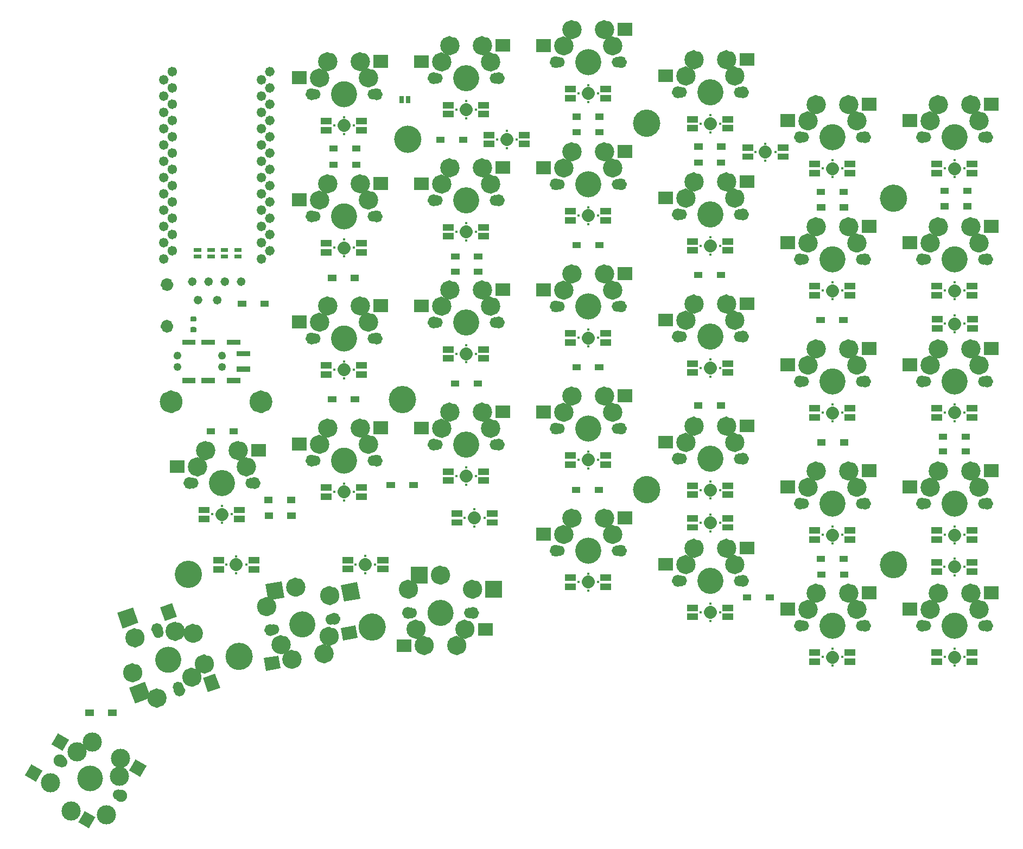
<source format=gbr>
%TF.GenerationSoftware,KiCad,Pcbnew,(6.0.4-0)*%
%TF.CreationDate,2022-08-10T17:19:40+09:00*%
%TF.ProjectId,KB62_L_rev1,4b423632-5f4c-45f7-9265-76312e6b6963,rev?*%
%TF.SameCoordinates,Original*%
%TF.FileFunction,Soldermask,Bot*%
%TF.FilePolarity,Negative*%
%FSLAX46Y46*%
G04 Gerber Fmt 4.6, Leading zero omitted, Abs format (unit mm)*
G04 Created by KiCad (PCBNEW (6.0.4-0)) date 2022-08-10 17:19:40*
%MOMM*%
%LPD*%
G01*
G04 APERTURE LIST*
G04 Aperture macros list*
%AMRotRect*
0 Rectangle, with rotation*
0 The origin of the aperture is its center*
0 $1 length*
0 $2 width*
0 $3 Rotation angle, in degrees counterclockwise*
0 Add horizontal line*
21,1,$1,$2,0,0,$3*%
%AMFreePoly0*
4,1,34,0.201078,0.979575,0.387516,0.921863,0.559193,0.829038,0.709571,0.704634,0.832921,0.553392,0.924546,0.381070,0.980955,0.194234,1.000000,0.000000,0.999610,-0.027922,0.975149,-0.221548,0.913545,-0.406737,0.817145,-0.576432,0.689620,-0.724172,0.535827,-0.844328,0.361625,-0.932324,0.173648,-0.984808,-0.020942,-0.999781,-0.214735,-0.976672,-0.400349,-0.916363,-0.570714,-0.821149,
-0.719340,-0.694658,-0.840567,-0.541708,-0.929776,-0.368125,-0.983571,-0.180519,-0.999903,0.013962,-0.978148,0.207912,-0.919135,0.393942,-0.825113,0.564967,-0.699663,0.714473,-0.547563,0.836764,-0.374607,0.927184,-0.187381,0.982287,0.006981,0.999976,0.201078,0.979575,0.201078,0.979575,$1*%
%AMFreePoly1*
4,1,16,0.044650,0.194952,0.124776,0.156304,0.180215,0.086732,0.200000,0.000000,0.199999,-0.000698,0.179912,-0.087360,0.124230,-0.156739,0.043969,-0.195107,-0.044990,-0.194874,-0.125049,-0.156086,-0.180367,-0.086417,-0.200000,0.000349,-0.180064,0.087046,-0.124503,0.156522,-0.044310,0.195030,0.044650,0.194952,0.044650,0.194952,$1*%
G04 Aperture macros list end*
%ADD10C,0.000000*%
%ADD11C,2.050000*%
%ADD12C,1.500000*%
%ADD13C,0.762000*%
%ADD14C,0.950000*%
%ADD15C,0.850000*%
%ADD16C,2.150000*%
%ADD17C,0.698500*%
%ADD18C,0.600000*%
%ADD19C,1.800000*%
%ADD20C,1.000000*%
%ADD21FreePoly0,0.000000*%
%ADD22FreePoly1,0.000000*%
%ADD23C,1.210000*%
%ADD24O,1.800000X0.700000*%
%ADD25C,1.700000*%
%ADD26C,3.000000*%
%ADD27C,4.000000*%
%ADD28C,1.900000*%
%ADD29RotRect,2.000000X2.000000X150.000000*%
%ADD30RotRect,1.900000X2.000000X150.000000*%
%ADD31R,1.400000X1.000000*%
G04 APERTURE END LIST*
D10*
G36*
X125821000Y-123675000D02*
G01*
X124121000Y-123675000D01*
X124121000Y-122675000D01*
X125821000Y-122675000D01*
X125821000Y-123675000D01*
G37*
G36*
X122511000Y-113755000D02*
G01*
X120811000Y-113755000D01*
X120811000Y-112755000D01*
X122511000Y-112755000D01*
X122511000Y-113755000D01*
G37*
D11*
X113427000Y-133204000D02*
G75*
G03*
X113427000Y-133204000I-1025000J0D01*
G01*
D10*
G36*
X96632400Y-76122580D02*
G01*
X95489400Y-76122580D01*
X95489400Y-75487580D01*
X96632400Y-75487580D01*
X96632400Y-76122580D01*
G37*
G36*
X125821000Y-125075000D02*
G01*
X124121000Y-125075000D01*
X124121000Y-124075000D01*
X125821000Y-124075000D01*
X125821000Y-125075000D01*
G37*
D12*
X142521000Y-64514700D02*
G75*
G03*
X142521000Y-64514700I-750000J0D01*
G01*
D13*
X107707400Y-59681700D02*
G75*
G03*
X107707400Y-59681700I-381000J0D01*
G01*
D10*
G36*
X125761000Y-65434700D02*
G01*
X123461000Y-65434700D01*
X123461000Y-63434700D01*
X125761000Y-63434700D01*
X125761000Y-65434700D01*
G37*
G36*
X142871000Y-117795000D02*
G01*
X141171000Y-117795000D01*
X141171000Y-116795000D01*
X142871000Y-116795000D01*
X142871000Y-117795000D01*
G37*
G36*
X197451000Y-86185400D02*
G01*
X196151000Y-86185400D01*
X196151000Y-85235400D01*
X197451000Y-85235400D01*
X197451000Y-86185400D01*
G37*
D11*
X177086000Y-69254700D02*
G75*
G03*
X177086000Y-69254700I-1025000J0D01*
G01*
D10*
G36*
X105711000Y-125095000D02*
G01*
X104011000Y-125095000D01*
X104011000Y-124095000D01*
X105711000Y-124095000D01*
X105711000Y-125095000D01*
G37*
D13*
X91161000Y-55871700D02*
G75*
G03*
X91161000Y-55871700I-381000J0D01*
G01*
D14*
X200666000Y-114355000D02*
G75*
G03*
X200666000Y-114355000I-475000J0D01*
G01*
D15*
X210086000Y-114355000D02*
G75*
G03*
X210086000Y-114355000I-425000J0D01*
G01*
D10*
G36*
X113061000Y-67974700D02*
G01*
X110761000Y-67974700D01*
X110761000Y-65974700D01*
X113061000Y-65974700D01*
X113061000Y-67974700D01*
G37*
D16*
X129929000Y-57529700D02*
G75*
G03*
X129929000Y-57529700I-1075000J0D01*
G01*
D15*
X171986000Y-107355000D02*
G75*
G03*
X171986000Y-107355000I-425000J0D01*
G01*
D12*
X97875270Y-139367360D02*
G75*
G03*
X97875270Y-139367360I-750000J0D01*
G01*
D14*
X124466000Y-88604700D02*
G75*
G03*
X124466000Y-88604700I-475000J0D01*
G01*
X162566000Y-102655000D02*
G75*
G03*
X162566000Y-102655000I-475000J0D01*
G01*
D13*
X92487400Y-52061700D02*
G75*
G03*
X92487400Y-52061700I-381000J0D01*
G01*
X106401000Y-76191700D02*
G75*
G03*
X106401000Y-76191700I-381000J0D01*
G01*
D12*
X174271000Y-102275000D02*
G75*
G03*
X174271000Y-102275000I-750000J0D01*
G01*
X134711000Y-125505000D02*
G75*
G03*
X134711000Y-125505000I-750000J0D01*
G01*
D17*
X103209250Y-79729700D02*
G75*
G03*
X103209250Y-79729700I-349250J0D01*
G01*
D12*
X173001000Y-47664700D02*
G75*
G03*
X173001000Y-47664700I-750000J0D01*
G01*
D15*
X108395370Y-133985420D02*
G75*
G03*
X108395370Y-133985420I-425000J0D01*
G01*
D12*
X218721000Y-73714700D02*
G75*
G03*
X218721000Y-73714700I-750000J0D01*
G01*
D10*
G36*
X193211000Y-82354700D02*
G01*
X191511000Y-82354700D01*
X191511000Y-81354700D01*
X193211000Y-81354700D01*
X193211000Y-82354700D01*
G37*
G36*
X163861000Y-117585000D02*
G01*
X161561000Y-117585000D01*
X161561000Y-115585000D01*
X163861000Y-115585000D01*
X163861000Y-117585000D01*
G37*
D12*
X111532720Y-138647890D02*
G75*
G03*
X111532720Y-138647890I-750000J0D01*
G01*
D14*
X152406000Y-45504700D02*
G75*
G03*
X152406000Y-45504700I-475000J0D01*
G01*
D10*
G36*
X216571000Y-104425000D02*
G01*
X215271000Y-104425000D01*
X215271000Y-103475000D01*
X216571000Y-103475000D01*
X216571000Y-104425000D01*
G37*
G36*
X142411000Y-57364700D02*
G01*
X140711000Y-57364700D01*
X140711000Y-56364700D01*
X142411000Y-56364700D01*
X142411000Y-57364700D01*
G37*
G36*
X160611000Y-127805000D02*
G01*
X158911000Y-127805000D01*
X158911000Y-126805000D01*
X160611000Y-126805000D01*
X160611000Y-127805000D01*
G37*
D13*
X92487400Y-46981700D02*
G75*
G03*
X92487400Y-46981700I-381000J0D01*
G01*
D15*
X161936000Y-45504700D02*
G75*
G03*
X161936000Y-45504700I-425000J0D01*
G01*
D17*
X98129250Y-79729700D02*
G75*
G03*
X98129250Y-79729700I-349250J0D01*
G01*
D15*
X161936000Y-121705000D02*
G75*
G03*
X161936000Y-121705000I-425000J0D01*
G01*
D10*
G36*
X155111000Y-107355000D02*
G01*
X153411000Y-107355000D01*
X153411000Y-106355000D01*
X155111000Y-106355000D01*
X155111000Y-107355000D01*
G37*
G36*
X96632400Y-75121820D02*
G01*
X95489400Y-75121820D01*
X95489400Y-74486820D01*
X96632400Y-74486820D01*
X96632400Y-75121820D01*
G37*
D17*
X100669250Y-79729700D02*
G75*
G03*
X100669250Y-79729700I-349250J0D01*
G01*
D10*
G36*
X193211000Y-138105000D02*
G01*
X191511000Y-138105000D01*
X191511000Y-137105000D01*
X193211000Y-137105000D01*
X193211000Y-138105000D01*
G37*
G36*
X121491000Y-61975400D02*
G01*
X120191000Y-61975400D01*
X120191000Y-61025400D01*
X121491000Y-61025400D01*
X121491000Y-61975400D01*
G37*
G36*
X159411000Y-74525400D02*
G01*
X158111000Y-74525400D01*
X158111000Y-73575400D01*
X159411000Y-73575400D01*
X159411000Y-74525400D01*
G37*
D16*
X103615000Y-138193000D02*
G75*
G03*
X103615000Y-138193000I-1075000J0D01*
G01*
D18*
X93200000Y-91299700D02*
G75*
G03*
X93200000Y-91299700I-300000J0D01*
G01*
D10*
G36*
X121241000Y-79635400D02*
G01*
X119941000Y-79635400D01*
X119941000Y-78685400D01*
X121241000Y-78685400D01*
X121241000Y-79635400D01*
G37*
D14*
X162566000Y-83604700D02*
G75*
G03*
X162566000Y-83604700I-475000J0D01*
G01*
D13*
X106401000Y-73651700D02*
G75*
G03*
X106401000Y-73651700I-381000J0D01*
G01*
D10*
G36*
X95700630Y-85172740D02*
G01*
X95734300Y-85181760D01*
X95765900Y-85196490D01*
X95794460Y-85216490D01*
X95819110Y-85241140D01*
X95839110Y-85269700D01*
X95853840Y-85301300D01*
X95862860Y-85334970D01*
X95865900Y-85369700D01*
X95865900Y-85769700D01*
X95862860Y-85804430D01*
X95853840Y-85838100D01*
X95839110Y-85869700D01*
X95819110Y-85898260D01*
X95794460Y-85922910D01*
X95765900Y-85942910D01*
X95734300Y-85957640D01*
X95700630Y-85966660D01*
X95665900Y-85969700D01*
X95115900Y-85969700D01*
X95081170Y-85966660D01*
X95047500Y-85957640D01*
X95015900Y-85942910D01*
X94987340Y-85922910D01*
X94962690Y-85898260D01*
X94942690Y-85869700D01*
X94927960Y-85838100D01*
X94918940Y-85804430D01*
X94915900Y-85769700D01*
X94915900Y-85369700D01*
X94918940Y-85334970D01*
X94927960Y-85301300D01*
X94942690Y-85269700D01*
X94962690Y-85241140D01*
X94987340Y-85216490D01*
X95015900Y-85196490D01*
X95047500Y-85181760D01*
X95081170Y-85172740D01*
X95115900Y-85169700D01*
X95665900Y-85169700D01*
X95700630Y-85172740D01*
G37*
D12*
X161571000Y-119165000D02*
G75*
G03*
X161571000Y-119165000I-750000J0D01*
G01*
D10*
G36*
X163861000Y-98535000D02*
G01*
X161561000Y-98535000D01*
X161561000Y-96535000D01*
X163861000Y-96535000D01*
X163861000Y-98535000D01*
G37*
G36*
X117011000Y-56604700D02*
G01*
X115311000Y-56604700D01*
X115311000Y-55604700D01*
X117011000Y-55604700D01*
X117011000Y-56604700D01*
G37*
D14*
X209556000Y-76254700D02*
G75*
G03*
X209556000Y-76254700I-475000J0D01*
G01*
D12*
X179351000Y-64174700D02*
G75*
G03*
X179351000Y-64174700I-750000J0D01*
G01*
X212371000Y-90224700D02*
G75*
G03*
X212371000Y-90224700I-750000J0D01*
G01*
D10*
G36*
X163861000Y-60434700D02*
G01*
X161561000Y-60434700D01*
X161561000Y-58434700D01*
X163861000Y-58434700D01*
X163861000Y-60434700D01*
G37*
G36*
X151161000Y-43924700D02*
G01*
X148861000Y-43924700D01*
X148861000Y-41924700D01*
X151161000Y-41924700D01*
X151161000Y-43924700D01*
G37*
D12*
X129711000Y-127705000D02*
G75*
G03*
X129711000Y-127705000I-750000J0D01*
G01*
X212371000Y-71174700D02*
G75*
G03*
X212371000Y-71174700I-750000J0D01*
G01*
D10*
G36*
X182911000Y-122285000D02*
G01*
X180611000Y-122285000D01*
X180611000Y-120285000D01*
X182911000Y-120285000D01*
X182911000Y-122285000D01*
G37*
D12*
X174271000Y-45124700D02*
G75*
G03*
X174271000Y-45124700I-750000J0D01*
G01*
D10*
G36*
X132111000Y-84524700D02*
G01*
X129811000Y-84524700D01*
X129811000Y-82524700D01*
X132111000Y-82524700D01*
X132111000Y-84524700D01*
G37*
D14*
X171456000Y-88304700D02*
G75*
G03*
X171456000Y-88304700I-475000J0D01*
G01*
D11*
X215186000Y-95304700D02*
G75*
G03*
X215186000Y-95304700I-1025000J0D01*
G01*
D14*
X219716000Y-114355000D02*
G75*
G03*
X219716000Y-114355000I-475000J0D01*
G01*
D12*
X115851000Y-67014700D02*
G75*
G03*
X115851000Y-67014700I-750000J0D01*
G01*
D10*
G36*
X94010900Y-109575000D02*
G01*
X91710900Y-109575000D01*
X91710900Y-107575000D01*
X94010900Y-107575000D01*
X94010900Y-109575000D01*
G37*
D12*
X142521000Y-83564700D02*
G75*
G03*
X142521000Y-83564700I-750000J0D01*
G01*
X138521000Y-133945000D02*
G75*
G03*
X138521000Y-133945000I-750000J0D01*
G01*
D10*
G36*
X178341000Y-99535400D02*
G01*
X177041000Y-99535400D01*
X177041000Y-98585400D01*
X178341000Y-98585400D01*
X178341000Y-99535400D01*
G37*
G36*
X212261000Y-80954700D02*
G01*
X210561000Y-80954700D01*
X210561000Y-79954700D01*
X212261000Y-79954700D01*
X212261000Y-80954700D01*
G37*
D14*
X200666000Y-133405000D02*
G75*
G03*
X200666000Y-133405000I-475000J0D01*
G01*
D10*
G36*
X174791000Y-79185400D02*
G01*
X173491000Y-79185400D01*
X173491000Y-78235400D01*
X174791000Y-78235400D01*
X174791000Y-79185400D01*
G37*
D12*
X199671000Y-111815000D02*
G75*
G03*
X199671000Y-111815000I-750000J0D01*
G01*
D10*
G36*
X106710900Y-107035000D02*
G01*
X104410900Y-107035000D01*
X104410900Y-105035000D01*
X106710900Y-105035000D01*
X106710900Y-107035000D01*
G37*
D14*
X190506000Y-76254700D02*
G75*
G03*
X190506000Y-76254700I-475000J0D01*
G01*
D11*
X196136000Y-95304700D02*
G75*
G03*
X196136000Y-95304700I-1025000J0D01*
G01*
D12*
X198401000Y-71174700D02*
G75*
G03*
X198401000Y-71174700I-750000J0D01*
G01*
D17*
X95589250Y-79729700D02*
G75*
G03*
X95589250Y-79729700I-349250J0D01*
G01*
D10*
G36*
X151161000Y-62974700D02*
G01*
X148861000Y-62974700D01*
X148861000Y-60974700D01*
X151161000Y-60974700D01*
X151161000Y-62974700D01*
G37*
D15*
X133886000Y-105155000D02*
G75*
G03*
X133886000Y-105155000I-425000J0D01*
G01*
D11*
X100885900Y-111155000D02*
G75*
G03*
X100885900Y-111155000I-1025000J0D01*
G01*
D12*
X180621000Y-66714700D02*
G75*
G03*
X180621000Y-66714700I-750000J0D01*
G01*
D10*
G36*
X174161000Y-113455000D02*
G01*
X172461000Y-113455000D01*
X172461000Y-112455000D01*
X174161000Y-112455000D01*
X174161000Y-113455000D01*
G37*
D11*
X138986000Y-67054700D02*
G75*
G03*
X138986000Y-67054700I-1025000J0D01*
G01*
D10*
G36*
X189261000Y-74674700D02*
G01*
X186961000Y-74674700D01*
X186961000Y-72674700D01*
X189261000Y-72674700D01*
X189261000Y-74674700D01*
G37*
D12*
X155221000Y-40424700D02*
G75*
G03*
X155221000Y-40424700I-750000J0D01*
G01*
X218721000Y-92764700D02*
G75*
G03*
X218721000Y-92764700I-750000J0D01*
G01*
X155221000Y-97575000D02*
G75*
G03*
X155221000Y-97575000I-750000J0D01*
G01*
D15*
X200036000Y-76254700D02*
G75*
G03*
X200036000Y-76254700I-425000J0D01*
G01*
D12*
X96137810Y-134593720D02*
G75*
G03*
X96137810Y-134593720I-750000J0D01*
G01*
D10*
G36*
X170211000Y-67674700D02*
G01*
X167911000Y-67674700D01*
X167911000Y-65674700D01*
X170211000Y-65674700D01*
X170211000Y-67674700D01*
G37*
D14*
X181616000Y-69254700D02*
G75*
G03*
X181616000Y-69254700I-475000J0D01*
G01*
D12*
X153951000Y-81064700D02*
G75*
G03*
X153951000Y-81064700I-750000J0D01*
G01*
D10*
G36*
X155821000Y-93595400D02*
G01*
X154521000Y-93595400D01*
X154521000Y-92645400D01*
X155821000Y-92645400D01*
X155821000Y-93595400D01*
G37*
G36*
X117941000Y-61975400D02*
G01*
X116641000Y-61975400D01*
X116641000Y-61025400D01*
X117941000Y-61025400D01*
X117941000Y-61975400D01*
G37*
D12*
X193321000Y-109275000D02*
G75*
G03*
X193321000Y-109275000I-750000J0D01*
G01*
X198401000Y-52124700D02*
G75*
G03*
X198401000Y-52124700I-750000J0D01*
G01*
X192051000Y-111815000D02*
G75*
G03*
X192051000Y-111815000I-750000J0D01*
G01*
D10*
G36*
X100832500Y-76122580D02*
G01*
X99689500Y-76122580D01*
X99689500Y-75487580D01*
X100832500Y-75487580D01*
X100832500Y-76122580D01*
G37*
G36*
X188251000Y-59334700D02*
G01*
X186551000Y-59334700D01*
X186551000Y-58334700D01*
X188251000Y-58334700D01*
X188251000Y-59334700D01*
G37*
D12*
X117121000Y-64474700D02*
G75*
G03*
X117121000Y-64474700I-750000J0D01*
G01*
D10*
G36*
X155111000Y-69254700D02*
G01*
X153411000Y-69254700D01*
X153411000Y-68254700D01*
X155111000Y-68254700D01*
X155111000Y-69254700D01*
G37*
G36*
X102932500Y-76122580D02*
G01*
X101789500Y-76122580D01*
X101789500Y-75487580D01*
X102932500Y-75487580D01*
X102932500Y-76122580D01*
G37*
D13*
X91161000Y-76191700D02*
G75*
G03*
X91161000Y-76191700I-381000J0D01*
G01*
D14*
X219716000Y-76254700D02*
G75*
G03*
X219716000Y-76254700I-475000J0D01*
G01*
D10*
G36*
X107756000Y-114270000D02*
G01*
X106456000Y-114270000D01*
X106456000Y-113320000D01*
X107756000Y-113320000D01*
X107756000Y-114270000D01*
G37*
D15*
X114836000Y-88604700D02*
G75*
G03*
X114836000Y-88604700I-425000J0D01*
G01*
D12*
X141251000Y-81024700D02*
G75*
G03*
X141251000Y-81024700I-750000J0D01*
G01*
D10*
G36*
X174161000Y-94404700D02*
G01*
X172461000Y-94404700D01*
X172461000Y-93404700D01*
X174161000Y-93404700D01*
X174161000Y-94404700D01*
G37*
D15*
X180986000Y-126405000D02*
G75*
G03*
X180986000Y-126405000I-425000J0D01*
G01*
D10*
G36*
X208311000Y-93724700D02*
G01*
X206011000Y-93724700D01*
X206011000Y-91724700D01*
X208311000Y-91724700D01*
X208311000Y-93724700D01*
G37*
D13*
X91161000Y-71111700D02*
G75*
G03*
X91161000Y-71111700I-381000J0D01*
G01*
D10*
G36*
X136916000Y-76269700D02*
G01*
X135616000Y-76269700D01*
X135616000Y-75319700D01*
X136916000Y-75319700D01*
X136916000Y-76269700D01*
G37*
G36*
X95750000Y-95549700D02*
G01*
X93650000Y-95549700D01*
X93650000Y-94749700D01*
X95750000Y-94749700D01*
X95750000Y-95549700D01*
G37*
D12*
X117345180Y-135043810D02*
G75*
G03*
X117345180Y-135043810I-750000J0D01*
G01*
D10*
G36*
X217761000Y-139505000D02*
G01*
X216061000Y-139505000D01*
X216061000Y-138505000D01*
X217761000Y-138505000D01*
X217761000Y-139505000D01*
G37*
D12*
X211101000Y-73714700D02*
G75*
G03*
X211101000Y-73714700I-750000J0D01*
G01*
D14*
X114306000Y-88604700D02*
G75*
G03*
X114306000Y-88604700I-475000J0D01*
G01*
D10*
G36*
X98750000Y-95549700D02*
G01*
X96650000Y-95549700D01*
X96650000Y-94749700D01*
X98750000Y-94749700D01*
X98750000Y-95549700D01*
G37*
D14*
X209556000Y-114355000D02*
G75*
G03*
X209556000Y-114355000I-475000J0D01*
G01*
D12*
X123471000Y-47964700D02*
G75*
G03*
X123471000Y-47964700I-750000J0D01*
G01*
D10*
G36*
X159411000Y-56895400D02*
G01*
X158111000Y-56895400D01*
X158111000Y-55945400D01*
X159411000Y-55945400D01*
X159411000Y-56895400D01*
G37*
D15*
X152936000Y-45504700D02*
G75*
G03*
X152936000Y-45504700I-425000J0D01*
G01*
X133886000Y-67054700D02*
G75*
G03*
X133886000Y-67054700I-425000J0D01*
G01*
X180986000Y-107355000D02*
G75*
G03*
X180986000Y-107355000I-425000J0D01*
G01*
D10*
G36*
X179661000Y-54904700D02*
G01*
X177961000Y-54904700D01*
X177961000Y-53904700D01*
X179661000Y-53904700D01*
X179661000Y-54904700D01*
G37*
D12*
X218721000Y-130865000D02*
G75*
G03*
X218721000Y-130865000I-750000J0D01*
G01*
X98070900Y-106075000D02*
G75*
G03*
X98070900Y-106075000I-750000J0D01*
G01*
D14*
X171456000Y-50204700D02*
G75*
G03*
X171456000Y-50204700I-475000J0D01*
G01*
D12*
X134901000Y-83564700D02*
G75*
G03*
X134901000Y-83564700I-750000J0D01*
G01*
X112127480Y-127393630D02*
G75*
G03*
X112127480Y-127393630I-750000J0D01*
G01*
D10*
G36*
X212261000Y-61904700D02*
G01*
X210561000Y-61904700D01*
X210561000Y-60904700D01*
X212261000Y-60904700D01*
X212261000Y-61904700D01*
G37*
D14*
X152406000Y-102655000D02*
G75*
G03*
X152406000Y-102655000I-475000J0D01*
G01*
D13*
X107707400Y-57141700D02*
G75*
G03*
X107707400Y-57141700I-381000J0D01*
G01*
D11*
X158036000Y-45504700D02*
G75*
G03*
X158036000Y-45504700I-1025000J0D01*
G01*
D14*
X143516000Y-105155000D02*
G75*
G03*
X143516000Y-105155000I-475000J0D01*
G01*
D10*
G36*
X170211000Y-86724700D02*
G01*
X167911000Y-86724700D01*
X167911000Y-84724700D01*
X170211000Y-84724700D01*
X170211000Y-86724700D01*
G37*
D12*
X132171000Y-136485000D02*
G75*
G03*
X132171000Y-136485000I-750000J0D01*
G01*
D10*
G36*
X179661000Y-132505000D02*
G01*
X177961000Y-132505000D01*
X177961000Y-131505000D01*
X179661000Y-131505000D01*
X179661000Y-132505000D01*
G37*
G36*
X193926000Y-123450000D02*
G01*
X192626000Y-123450000D01*
X192626000Y-122500000D01*
X193926000Y-122500000D01*
X193926000Y-123450000D01*
G37*
G36*
X189261000Y-55624700D02*
G01*
X186961000Y-55624700D01*
X186961000Y-53624700D01*
X189261000Y-53624700D01*
X189261000Y-55624700D01*
G37*
D14*
X171456000Y-69254700D02*
G75*
G03*
X171456000Y-69254700I-475000J0D01*
G01*
D10*
G36*
X193211000Y-63304700D02*
G01*
X191511000Y-63304700D01*
X191511000Y-62304700D01*
X193211000Y-62304700D01*
X193211000Y-63304700D01*
G37*
D15*
X200036000Y-133405000D02*
G75*
G03*
X200036000Y-133405000I-425000J0D01*
G01*
D14*
X162566000Y-64554700D02*
G75*
G03*
X162566000Y-64554700I-475000J0D01*
G01*
D10*
G36*
X151161000Y-82024700D02*
G01*
X148861000Y-82024700D01*
X148861000Y-80024700D01*
X151161000Y-80024700D01*
X151161000Y-82024700D01*
G37*
D11*
X177086000Y-107355000D02*
G75*
G03*
X177086000Y-107355000I-1025000J0D01*
G01*
D15*
X152936000Y-64554700D02*
G75*
G03*
X152936000Y-64554700I-425000J0D01*
G01*
D10*
G36*
X174161000Y-131105000D02*
G01*
X172461000Y-131105000D01*
X172461000Y-130105000D01*
X174161000Y-130105000D01*
X174161000Y-131105000D01*
G37*
D13*
X91161000Y-63491700D02*
G75*
G03*
X91161000Y-63491700I-381000J0D01*
G01*
D10*
G36*
X102750000Y-95549700D02*
G01*
X100650000Y-95549700D01*
X100650000Y-94749700D01*
X102750000Y-94749700D01*
X102750000Y-95549700D01*
G37*
D13*
X92487400Y-64761700D02*
G75*
G03*
X92487400Y-64761700I-381000J0D01*
G01*
D12*
X142521000Y-102615000D02*
G75*
G03*
X142521000Y-102615000I-750000J0D01*
G01*
D13*
X106401000Y-71111700D02*
G75*
G03*
X106401000Y-71111700I-381000J0D01*
G01*
D12*
X117121000Y-83524700D02*
G75*
G03*
X117121000Y-83524700I-750000J0D01*
G01*
D14*
X133356000Y-86104700D02*
G75*
G03*
X133356000Y-86104700I-475000J0D01*
G01*
D10*
G36*
X179661000Y-93004700D02*
G01*
X177961000Y-93004700D01*
X177961000Y-92004700D01*
X179661000Y-92004700D01*
X179661000Y-93004700D01*
G37*
D15*
X180986000Y-69254700D02*
G75*
G03*
X180986000Y-69254700I-425000J0D01*
G01*
D19*
X106840000Y-98479700D02*
G75*
G03*
X106840000Y-98479700I-900000J0D01*
G01*
D10*
G36*
X107816000Y-116710000D02*
G01*
X106516000Y-116710000D01*
X106516000Y-115760000D01*
X107816000Y-115760000D01*
X107816000Y-116710000D01*
G37*
G36*
X136061000Y-109855000D02*
G01*
X134361000Y-109855000D01*
X134361000Y-108855000D01*
X136061000Y-108855000D01*
X136061000Y-109855000D01*
G37*
G36*
X198711000Y-139505000D02*
G01*
X197011000Y-139505000D01*
X197011000Y-138505000D01*
X198711000Y-138505000D01*
X198711000Y-139505000D01*
G37*
G36*
X99576660Y-143061730D02*
G01*
X97697270Y-143745770D01*
X96910630Y-141584480D01*
X98790010Y-140900440D01*
X99576660Y-143061730D01*
G37*
G36*
X104250000Y-93799700D02*
G01*
X102150000Y-93799700D01*
X102150000Y-92999700D01*
X104250000Y-92999700D01*
X104250000Y-93799700D01*
G37*
G36*
X138156000Y-58079700D02*
G01*
X136856000Y-58079700D01*
X136856000Y-57129700D01*
X138156000Y-57129700D01*
X138156000Y-58079700D01*
G37*
G36*
X198711000Y-138105000D02*
G01*
X197011000Y-138105000D01*
X197011000Y-137105000D01*
X198711000Y-137105000D01*
X198711000Y-138105000D01*
G37*
G36*
X193211000Y-120455000D02*
G01*
X191511000Y-120455000D01*
X191511000Y-119455000D01*
X193211000Y-119455000D01*
X193211000Y-120455000D01*
G37*
D15*
X114836000Y-50504700D02*
G75*
G03*
X114836000Y-50504700I-425000J0D01*
G01*
D18*
X100200000Y-91299700D02*
G75*
G03*
X100200000Y-91299700I-300000J0D01*
G01*
D13*
X107707400Y-54601700D02*
G75*
G03*
X107707400Y-54601700I-381000J0D01*
G01*
D10*
G36*
X141561000Y-92204700D02*
G01*
X139861000Y-92204700D01*
X139861000Y-91204700D01*
X141561000Y-91204700D01*
X141561000Y-92204700D01*
G37*
D12*
X192051000Y-130865000D02*
G75*
G03*
X192051000Y-130865000I-750000J0D01*
G01*
D15*
X117258640Y-132422580D02*
G75*
G03*
X117258640Y-132422580I-425000J0D01*
G01*
D12*
X211101000Y-54664700D02*
G75*
G03*
X211101000Y-54664700I-750000J0D01*
G01*
D15*
X123836000Y-88604700D02*
G75*
G03*
X123836000Y-88604700I-425000J0D01*
G01*
D14*
X143516000Y-67054700D02*
G75*
G03*
X143516000Y-67054700I-475000J0D01*
G01*
D12*
X174271000Y-64174700D02*
G75*
G03*
X174271000Y-64174700I-750000J0D01*
G01*
X134901000Y-45464700D02*
G75*
G03*
X134901000Y-45464700I-750000J0D01*
G01*
X103150900Y-106075000D02*
G75*
G03*
X103150900Y-106075000I-750000J0D01*
G01*
D15*
X133886000Y-48004700D02*
G75*
G03*
X133886000Y-48004700I-425000J0D01*
G01*
D20*
X91790000Y-80199700D02*
G75*
G03*
X91790000Y-80199700I-500000J0D01*
G01*
D10*
G36*
X160611000Y-108755000D02*
G01*
X158911000Y-108755000D01*
X158911000Y-107755000D01*
X160611000Y-107755000D01*
X160611000Y-108755000D01*
G37*
G36*
X141561000Y-90804700D02*
G01*
X139861000Y-90804700D01*
X139861000Y-89804700D01*
X141561000Y-89804700D01*
X141561000Y-90804700D01*
G37*
G36*
X140466000Y-76269700D02*
G01*
X139166000Y-76269700D01*
X139166000Y-75319700D01*
X140466000Y-75319700D01*
X140466000Y-76269700D01*
G37*
D14*
X117879820Y-132321870D02*
G75*
G03*
X117879820Y-132321870I-475000J0D01*
G01*
D10*
G36*
X213021000Y-106695000D02*
G01*
X211721000Y-106695000D01*
X211721000Y-105745000D01*
X213021000Y-105745000D01*
X213021000Y-106695000D01*
G37*
G36*
X198711000Y-119055000D02*
G01*
X197011000Y-119055000D01*
X197011000Y-118055000D01*
X198711000Y-118055000D01*
X198711000Y-119055000D01*
G37*
D17*
X96480150Y-82604700D02*
G75*
G03*
X96480150Y-82604700I-349250J0D01*
G01*
D10*
G36*
X144811000Y-101035000D02*
G01*
X142511000Y-101035000D01*
X142511000Y-99035000D01*
X144811000Y-99035000D01*
X144811000Y-101035000D01*
G37*
G36*
X182911000Y-46084700D02*
G01*
X180611000Y-46084700D01*
X180611000Y-44084700D01*
X182911000Y-44084700D01*
X182911000Y-46084700D01*
G37*
G36*
X189261000Y-93724700D02*
G01*
X186961000Y-93724700D01*
X186961000Y-91724700D01*
X189261000Y-91724700D01*
X189261000Y-93724700D01*
G37*
G36*
X198711000Y-63304700D02*
G01*
X197011000Y-63304700D01*
X197011000Y-62304700D01*
X198711000Y-62304700D01*
X198711000Y-63304700D01*
G37*
D12*
X161571000Y-62014700D02*
G75*
G03*
X161571000Y-62014700I-750000J0D01*
G01*
D15*
X171986000Y-126405000D02*
G75*
G03*
X171986000Y-126405000I-425000J0D01*
G01*
D16*
X167193000Y-55029700D02*
G75*
G03*
X167193000Y-55029700I-1075000J0D01*
G01*
D15*
X95785900Y-111155000D02*
G75*
G03*
X95785900Y-111155000I-425000J0D01*
G01*
D12*
X112127480Y-127393630D02*
G75*
G03*
X112127480Y-127393630I-750000J0D01*
G01*
D11*
X92507900Y-138718000D02*
G75*
G03*
X92507900Y-138718000I-1025000J0D01*
G01*
X119936000Y-107655000D02*
G75*
G03*
X119936000Y-107655000I-1025000J0D01*
G01*
D10*
G36*
X140486000Y-78639700D02*
G01*
X139186000Y-78639700D01*
X139186000Y-77689700D01*
X140486000Y-77689700D01*
X140486000Y-78639700D01*
G37*
G36*
X217751000Y-125445000D02*
G01*
X216051000Y-125445000D01*
X216051000Y-124445000D01*
X217751000Y-124445000D01*
X217751000Y-125445000D01*
G37*
D15*
X210086000Y-95304700D02*
G75*
G03*
X210086000Y-95304700I-425000J0D01*
G01*
D12*
X136171000Y-81024700D02*
G75*
G03*
X136171000Y-81024700I-750000J0D01*
G01*
X211101000Y-92764700D02*
G75*
G03*
X211101000Y-92764700I-750000J0D01*
G01*
D15*
X191036000Y-95304700D02*
G75*
G03*
X191036000Y-95304700I-425000J0D01*
G01*
D10*
G36*
X179651000Y-118565000D02*
G01*
X177951000Y-118565000D01*
X177951000Y-117565000D01*
X179651000Y-117565000D01*
X179651000Y-118565000D01*
G37*
G36*
X198711000Y-101405000D02*
G01*
X197011000Y-101405000D01*
X197011000Y-100405000D01*
X198711000Y-100405000D01*
X198711000Y-101405000D01*
G37*
D14*
X124466000Y-107655000D02*
G75*
G03*
X124466000Y-107655000I-475000J0D01*
G01*
D10*
G36*
X201961000Y-72134700D02*
G01*
X199661000Y-72134700D01*
X199661000Y-70134700D01*
X201961000Y-70134700D01*
X201961000Y-72134700D01*
G37*
G36*
X122511000Y-112355000D02*
G01*
X120811000Y-112355000D01*
X120811000Y-111355000D01*
X122511000Y-111355000D01*
X122511000Y-112355000D01*
G37*
G36*
X121251000Y-98575400D02*
G01*
X119951000Y-98575400D01*
X119951000Y-97625400D01*
X121251000Y-97625400D01*
X121251000Y-98575400D01*
G37*
D12*
X193321000Y-71174700D02*
G75*
G03*
X193321000Y-71174700I-750000J0D01*
G01*
X160301000Y-59474700D02*
G75*
G03*
X160301000Y-59474700I-750000J0D01*
G01*
D10*
G36*
X201961000Y-110235000D02*
G01*
X199661000Y-110235000D01*
X199661000Y-108235000D01*
X201961000Y-108235000D01*
X201961000Y-110235000D01*
G37*
D16*
X205711000Y-66729700D02*
G75*
G03*
X205711000Y-66729700I-1075000J0D01*
G01*
D13*
X91161000Y-60951700D02*
G75*
G03*
X91161000Y-60951700I-381000J0D01*
G01*
D12*
X180621000Y-104815000D02*
G75*
G03*
X180621000Y-104815000I-750000J0D01*
G01*
D10*
G36*
X132111000Y-103575000D02*
G01*
X129811000Y-103575000D01*
X129811000Y-101575000D01*
X132111000Y-101575000D01*
X132111000Y-103575000D01*
G37*
G36*
X103460900Y-117255000D02*
G01*
X101760900Y-117255000D01*
X101760900Y-116255000D01*
X103460900Y-116255000D01*
X103460900Y-117255000D01*
G37*
G36*
X151161000Y-101075000D02*
G01*
X148861000Y-101075000D01*
X148861000Y-99075000D01*
X151161000Y-99075000D01*
X151161000Y-101075000D01*
G37*
G36*
X179661000Y-75354700D02*
G01*
X177961000Y-75354700D01*
X177961000Y-74354700D01*
X179661000Y-74354700D01*
X179661000Y-75354700D01*
G37*
D13*
X106401000Y-53331700D02*
G75*
G03*
X106401000Y-53331700I-381000J0D01*
G01*
D10*
G36*
X221011000Y-110235000D02*
G01*
X218711000Y-110235000D01*
X218711000Y-108235000D01*
X221011000Y-108235000D01*
X221011000Y-110235000D01*
G37*
G36*
X217761000Y-61904700D02*
G01*
X216061000Y-61904700D01*
X216061000Y-60904700D01*
X217761000Y-60904700D01*
X217761000Y-61904700D01*
G37*
D12*
X134901000Y-102615000D02*
G75*
G03*
X134901000Y-102615000I-750000J0D01*
G01*
D15*
X219086000Y-95304700D02*
G75*
G03*
X219086000Y-95304700I-425000J0D01*
G01*
D11*
X177086000Y-50204700D02*
G75*
G03*
X177086000Y-50204700I-1025000J0D01*
G01*
D10*
G36*
X217781000Y-87524700D02*
G01*
X216081000Y-87524700D01*
X216081000Y-86524700D01*
X217781000Y-86524700D01*
X217781000Y-87524700D01*
G37*
G36*
X141561000Y-54104700D02*
G01*
X139861000Y-54104700D01*
X139861000Y-53104700D01*
X141561000Y-53104700D01*
X141561000Y-54104700D01*
G37*
D15*
X123836000Y-107655000D02*
G75*
G03*
X123836000Y-107655000I-425000J0D01*
G01*
D13*
X91161000Y-50791700D02*
G75*
G03*
X91161000Y-50791700I-381000J0D01*
G01*
D16*
X205711000Y-123880000D02*
G75*
G03*
X205711000Y-123880000I-1075000J0D01*
G01*
D14*
X152406000Y-83604700D02*
G75*
G03*
X152406000Y-83604700I-475000J0D01*
G01*
D12*
X86688710Y-140735920D02*
G75*
G03*
X86688710Y-140735920I-750000J0D01*
G01*
D13*
X91161000Y-53331700D02*
G75*
G03*
X91161000Y-53331700I-381000J0D01*
G01*
D10*
G36*
X217761000Y-138105000D02*
G01*
X216061000Y-138105000D01*
X216061000Y-137105000D01*
X217761000Y-137105000D01*
X217761000Y-138105000D01*
G37*
G36*
X182911000Y-103235000D02*
G01*
X180611000Y-103235000D01*
X180611000Y-101235000D01*
X182911000Y-101235000D01*
X182911000Y-103235000D01*
G37*
D13*
X92487400Y-74921700D02*
G75*
G03*
X92487400Y-74921700I-381000J0D01*
G01*
D10*
G36*
X126856000Y-111930000D02*
G01*
X125556000Y-111930000D01*
X125556000Y-110980000D01*
X126856000Y-110980000D01*
X126856000Y-111930000D01*
G37*
D13*
X91161000Y-58411700D02*
G75*
G03*
X91161000Y-58411700I-381000J0D01*
G01*
D18*
X100200000Y-93049700D02*
G75*
G03*
X100200000Y-93049700I-300000J0D01*
G01*
D11*
X177086000Y-88304700D02*
G75*
G03*
X177086000Y-88304700I-1025000J0D01*
G01*
D10*
G36*
X140441000Y-96095400D02*
G01*
X139141000Y-96095400D01*
X139141000Y-95145400D01*
X140441000Y-95145400D01*
X140441000Y-96095400D01*
G37*
G36*
X141561000Y-73154700D02*
G01*
X139861000Y-73154700D01*
X139861000Y-72154700D01*
X141561000Y-72154700D01*
X141561000Y-73154700D01*
G37*
G36*
X193211000Y-119055000D02*
G01*
X191511000Y-119055000D01*
X191511000Y-118055000D01*
X193211000Y-118055000D01*
X193211000Y-119055000D01*
G37*
G36*
X155111000Y-108755000D02*
G01*
X153411000Y-108755000D01*
X153411000Y-107755000D01*
X155111000Y-107755000D01*
X155111000Y-108755000D01*
G37*
D12*
X86688710Y-140735920D02*
G75*
G03*
X86688710Y-140735920I-750000J0D01*
G01*
D10*
G36*
X182911000Y-84184700D02*
G01*
X180611000Y-84184700D01*
X180611000Y-82184700D01*
X182911000Y-82184700D01*
X182911000Y-84184700D01*
G37*
D14*
X181616000Y-126405000D02*
G75*
G03*
X181616000Y-126405000I-475000J0D01*
G01*
D13*
X107707400Y-69841700D02*
G75*
G03*
X107707400Y-69841700I-381000J0D01*
G01*
D17*
X99470150Y-82614700D02*
G75*
G03*
X99470150Y-82614700I-349250J0D01*
G01*
D12*
X173001000Y-104815000D02*
G75*
G03*
X173001000Y-104815000I-750000J0D01*
G01*
D10*
G36*
X221011000Y-53084700D02*
G01*
X218711000Y-53084700D01*
X218711000Y-51084700D01*
X221011000Y-51084700D01*
X221011000Y-53084700D01*
G37*
D15*
X180986000Y-88304700D02*
G75*
G03*
X180986000Y-88304700I-425000J0D01*
G01*
D14*
X181616000Y-88304700D02*
G75*
G03*
X181616000Y-88304700I-475000J0D01*
G01*
D10*
G36*
X109633600Y-129021180D02*
G01*
X107073100Y-129472670D01*
X106621620Y-126912170D01*
X109182120Y-126460680D01*
X109633600Y-129021180D01*
G37*
D12*
X212371000Y-128325000D02*
G75*
G03*
X212371000Y-128325000I-750000J0D01*
G01*
D10*
G36*
X117011000Y-113755000D02*
G01*
X115311000Y-113755000D01*
X115311000Y-112755000D01*
X117011000Y-112755000D01*
X117011000Y-113755000D01*
G37*
D12*
X173001000Y-85764700D02*
G75*
G03*
X173001000Y-85764700I-750000J0D01*
G01*
D10*
G36*
X193991000Y-68625400D02*
G01*
X192691000Y-68625400D01*
X192691000Y-67675400D01*
X193991000Y-67675400D01*
X193991000Y-68625400D01*
G37*
G36*
X201961000Y-129285000D02*
G01*
X199661000Y-129285000D01*
X199661000Y-127285000D01*
X201961000Y-127285000D01*
X201961000Y-129285000D01*
G37*
D12*
X161571000Y-81064700D02*
G75*
G03*
X161571000Y-81064700I-750000J0D01*
G01*
D10*
G36*
X212261000Y-63304700D02*
G01*
X210561000Y-63304700D01*
X210561000Y-62304700D01*
X212261000Y-62304700D01*
X212261000Y-63304700D01*
G37*
G36*
X197541000Y-68625400D02*
G01*
X196241000Y-68625400D01*
X196241000Y-67675400D01*
X197541000Y-67675400D01*
X197541000Y-68625400D01*
G37*
G36*
X117941000Y-59455400D02*
G01*
X116641000Y-59455400D01*
X116641000Y-58505400D01*
X117941000Y-58505400D01*
X117941000Y-59455400D01*
G37*
G36*
X160611000Y-51604700D02*
G01*
X158911000Y-51604700D01*
X158911000Y-50604700D01*
X160611000Y-50604700D01*
X160611000Y-51604700D01*
G37*
D14*
X129356000Y-131405000D02*
G75*
G03*
X129356000Y-131405000I-475000J0D01*
G01*
D10*
G36*
X113061000Y-106075000D02*
G01*
X110761000Y-106075000D01*
X110761000Y-104075000D01*
X113061000Y-104075000D01*
X113061000Y-106075000D01*
G37*
D13*
X106401000Y-60951700D02*
G75*
G03*
X106401000Y-60951700I-381000J0D01*
G01*
D10*
G36*
X212281000Y-87524700D02*
G01*
X210581000Y-87524700D01*
X210581000Y-86524700D01*
X212281000Y-86524700D01*
X212281000Y-87524700D01*
G37*
G36*
X136936000Y-78639700D02*
G01*
X135636000Y-78639700D01*
X135636000Y-77689700D01*
X136936000Y-77689700D01*
X136936000Y-78639700D01*
G37*
D14*
X105415900Y-111155000D02*
G75*
G03*
X105415900Y-111155000I-475000J0D01*
G01*
D15*
X142886000Y-67054700D02*
G75*
G03*
X142886000Y-67054700I-425000J0D01*
G01*
X191036000Y-133405000D02*
G75*
G03*
X191036000Y-133405000I-425000J0D01*
G01*
D12*
X180621000Y-123865000D02*
G75*
G03*
X180621000Y-123865000I-750000J0D01*
G01*
D14*
X143516000Y-48004700D02*
G75*
G03*
X143516000Y-48004700I-475000J0D01*
G01*
X124466000Y-50504700D02*
G75*
G03*
X124466000Y-50504700I-475000J0D01*
G01*
D10*
G36*
X122511000Y-56604700D02*
G01*
X120811000Y-56604700D01*
X120811000Y-55604700D01*
X122511000Y-55604700D01*
X122511000Y-56604700D01*
G37*
D14*
X124466000Y-69554700D02*
G75*
G03*
X124466000Y-69554700I-475000J0D01*
G01*
X200666000Y-57204700D02*
G75*
G03*
X200666000Y-57204700I-475000J0D01*
G01*
D13*
X106401000Y-58411700D02*
G75*
G03*
X106401000Y-58411700I-381000J0D01*
G01*
X92487400Y-59681700D02*
G75*
G03*
X92487400Y-59681700I-381000J0D01*
G01*
D14*
X190506000Y-114355000D02*
G75*
G03*
X190506000Y-114355000I-475000J0D01*
G01*
X200666000Y-95304700D02*
G75*
G03*
X200666000Y-95304700I-475000J0D01*
G01*
D10*
G36*
X151161000Y-120125000D02*
G01*
X148861000Y-120125000D01*
X148861000Y-118125000D01*
X151161000Y-118125000D01*
X151161000Y-120125000D01*
G37*
D12*
X192051000Y-92764700D02*
G75*
G03*
X192051000Y-92764700I-750000J0D01*
G01*
D10*
G36*
X212261000Y-138105000D02*
G01*
X210561000Y-138105000D01*
X210561000Y-137105000D01*
X212261000Y-137105000D01*
X212261000Y-138105000D01*
G37*
D11*
X138986000Y-105155000D02*
G75*
G03*
X138986000Y-105155000I-1025000J0D01*
G01*
D14*
X90220440Y-133944360D02*
G75*
G03*
X90220440Y-133944360I-475000J0D01*
G01*
X171456000Y-107355000D02*
G75*
G03*
X171456000Y-107355000I-475000J0D01*
G01*
D12*
X193321000Y-90224700D02*
G75*
G03*
X193321000Y-90224700I-750000J0D01*
G01*
D10*
G36*
X136061000Y-52704700D02*
G01*
X134361000Y-52704700D01*
X134361000Y-51704700D01*
X136061000Y-51704700D01*
X136061000Y-52704700D01*
G37*
D12*
X198401000Y-90224700D02*
G75*
G03*
X198401000Y-90224700I-750000J0D01*
G01*
D10*
G36*
X117011000Y-74254700D02*
G01*
X115311000Y-74254700D01*
X115311000Y-73254700D01*
X117011000Y-73254700D01*
X117011000Y-74254700D01*
G37*
G36*
X221011000Y-129285000D02*
G01*
X218711000Y-129285000D01*
X218711000Y-127285000D01*
X221011000Y-127285000D01*
X221011000Y-129285000D01*
G37*
G36*
X142411000Y-58764700D02*
G01*
X140711000Y-58764700D01*
X140711000Y-57764700D01*
X142411000Y-57764700D01*
X142411000Y-58764700D01*
G37*
D13*
X106401000Y-63491700D02*
G75*
G03*
X106401000Y-63491700I-381000J0D01*
G01*
D10*
G36*
X174161000Y-75354700D02*
G01*
X172461000Y-75354700D01*
X172461000Y-74354700D01*
X174161000Y-74354700D01*
X174161000Y-75354700D01*
G37*
G36*
X160611000Y-88304700D02*
G01*
X158911000Y-88304700D01*
X158911000Y-87304700D01*
X160611000Y-87304700D01*
X160611000Y-88304700D01*
G37*
G36*
X102932500Y-75121820D02*
G01*
X101789500Y-75121820D01*
X101789500Y-74486820D01*
X102932500Y-74486820D01*
X102932500Y-75121820D01*
G37*
D12*
X173001000Y-66714700D02*
G75*
G03*
X173001000Y-66714700I-750000J0D01*
G01*
D10*
G36*
X98732400Y-75121820D02*
G01*
X97589400Y-75121820D01*
X97589400Y-74486820D01*
X98732400Y-74486820D01*
X98732400Y-75121820D01*
G37*
G36*
X120321000Y-123675000D02*
G01*
X118621000Y-123675000D01*
X118621000Y-122675000D01*
X120321000Y-122675000D01*
X120321000Y-123675000D01*
G37*
D13*
X106401000Y-66031700D02*
G75*
G03*
X106401000Y-66031700I-381000J0D01*
G01*
D10*
G36*
X208311000Y-131825000D02*
G01*
X206011000Y-131825000D01*
X206011000Y-129825000D01*
X208311000Y-129825000D01*
X208311000Y-131825000D01*
G37*
G36*
X155841000Y-54485400D02*
G01*
X154541000Y-54485400D01*
X154541000Y-53535400D01*
X155841000Y-53535400D01*
X155841000Y-54485400D01*
G37*
G36*
X103636000Y-83669700D02*
G01*
X102336000Y-83669700D01*
X102336000Y-82719700D01*
X103636000Y-82719700D01*
X103636000Y-83669700D01*
G37*
D12*
X153951000Y-119165000D02*
G75*
G03*
X153951000Y-119165000I-750000J0D01*
G01*
D15*
X142886000Y-48004700D02*
G75*
G03*
X142886000Y-48004700I-425000J0D01*
G01*
D12*
X211101000Y-130865000D02*
G75*
G03*
X211101000Y-130865000I-750000J0D01*
G01*
D10*
G36*
X155861000Y-56895400D02*
G01*
X154561000Y-56895400D01*
X154561000Y-55945400D01*
X155861000Y-55945400D01*
X155861000Y-56895400D01*
G37*
D14*
X200666000Y-76254700D02*
G75*
G03*
X200666000Y-76254700I-475000J0D01*
G01*
D11*
X196136000Y-76254700D02*
G75*
G03*
X196136000Y-76254700I-1025000J0D01*
G01*
D10*
G36*
X121491000Y-59455400D02*
G01*
X120191000Y-59455400D01*
X120191000Y-58505400D01*
X121491000Y-58505400D01*
X121491000Y-59455400D01*
G37*
D14*
X114306000Y-69554700D02*
G75*
G03*
X114306000Y-69554700I-475000J0D01*
G01*
D10*
G36*
X98801000Y-103565000D02*
G01*
X97501000Y-103565000D01*
X97501000Y-102615000D01*
X98801000Y-102615000D01*
X98801000Y-103565000D01*
G37*
D12*
X174271000Y-121325000D02*
G75*
G03*
X174271000Y-121325000I-750000J0D01*
G01*
D11*
X138986000Y-48004700D02*
G75*
G03*
X138986000Y-48004700I-1025000J0D01*
G01*
D10*
G36*
X137371000Y-117795000D02*
G01*
X135671000Y-117795000D01*
X135671000Y-116795000D01*
X137371000Y-116795000D01*
X137371000Y-117795000D01*
G37*
D14*
X190506000Y-95304700D02*
G75*
G03*
X190506000Y-95304700I-475000J0D01*
G01*
D15*
X133886000Y-86104700D02*
G75*
G03*
X133886000Y-86104700I-425000J0D01*
G01*
D12*
X104420900Y-108615000D02*
G75*
G03*
X104420900Y-108615000I-750000J0D01*
G01*
D10*
G36*
X189261000Y-131825000D02*
G01*
X186961000Y-131825000D01*
X186961000Y-129825000D01*
X189261000Y-129825000D01*
X189261000Y-131825000D01*
G37*
D12*
X123471000Y-67014700D02*
G75*
G03*
X123471000Y-67014700I-750000J0D01*
G01*
X136171000Y-100075000D02*
G75*
G03*
X136171000Y-100075000I-750000J0D01*
G01*
D10*
G36*
X188251000Y-60734700D02*
G01*
X186551000Y-60734700D01*
X186551000Y-59734700D01*
X188251000Y-59734700D01*
X188251000Y-60734700D01*
G37*
G36*
X129228880Y-51916200D02*
G01*
X128593880Y-51916200D01*
X128593880Y-50773200D01*
X129228880Y-50773200D01*
X129228880Y-51916200D01*
G37*
D14*
X209556000Y-57204700D02*
G75*
G03*
X209556000Y-57204700I-475000J0D01*
G01*
D15*
X191036000Y-76254700D02*
G75*
G03*
X191036000Y-76254700I-425000J0D01*
G01*
D10*
G36*
X194016000Y-125910000D02*
G01*
X192716000Y-125910000D01*
X192716000Y-124960000D01*
X194016000Y-124960000D01*
X194016000Y-125910000D01*
G37*
G36*
X141561000Y-71754700D02*
G01*
X139861000Y-71754700D01*
X139861000Y-70754700D01*
X141561000Y-70754700D01*
X141561000Y-71754700D01*
G37*
G36*
X174151000Y-118565000D02*
G01*
X172451000Y-118565000D01*
X172451000Y-117565000D01*
X174151000Y-117565000D01*
X174151000Y-118565000D01*
G37*
D12*
X116535540Y-137765760D02*
G75*
G03*
X116535540Y-137765760I-750000J0D01*
G01*
D13*
X91161000Y-73651700D02*
G75*
G03*
X91161000Y-73651700I-381000J0D01*
G01*
D12*
X198401000Y-109275000D02*
G75*
G03*
X198401000Y-109275000I-750000J0D01*
G01*
D10*
G36*
X197591000Y-105285000D02*
G01*
X196291000Y-105285000D01*
X196291000Y-104335000D01*
X197591000Y-104335000D01*
X197591000Y-105285000D01*
G37*
D12*
X136171000Y-42924700D02*
G75*
G03*
X136171000Y-42924700I-750000J0D01*
G01*
D10*
G36*
X136891000Y-96095400D02*
G01*
X135591000Y-96095400D01*
X135591000Y-95145400D01*
X136891000Y-95145400D01*
X136891000Y-96095400D01*
G37*
D12*
X141251000Y-42924700D02*
G75*
G03*
X141251000Y-42924700I-750000J0D01*
G01*
D10*
G36*
X132111000Y-65474700D02*
G01*
X129811000Y-65474700D01*
X129811000Y-63474700D01*
X132111000Y-63474700D01*
X132111000Y-65474700D01*
G37*
D12*
X107585460Y-130428450D02*
G75*
G03*
X107585460Y-130428450I-750000J0D01*
G01*
D10*
G36*
X216791000Y-68455400D02*
G01*
X215491000Y-68455400D01*
X215491000Y-67505400D01*
X216791000Y-67505400D01*
X216791000Y-68455400D01*
G37*
D12*
X137251000Y-136485000D02*
G75*
G03*
X137251000Y-136485000I-750000J0D01*
G01*
D11*
X196136000Y-57204700D02*
G75*
G03*
X196136000Y-57204700I-1025000J0D01*
G01*
D10*
G36*
X198711000Y-100005000D02*
G01*
X197011000Y-100005000D01*
X197011000Y-99005000D01*
X198711000Y-99005000D01*
X198711000Y-100005000D01*
G37*
D12*
X199671000Y-130865000D02*
G75*
G03*
X199671000Y-130865000I-750000J0D01*
G01*
X179351000Y-83224700D02*
G75*
G03*
X179351000Y-83224700I-750000J0D01*
G01*
D15*
X200036000Y-95304700D02*
G75*
G03*
X200036000Y-95304700I-425000J0D01*
G01*
D12*
X174271000Y-83224700D02*
G75*
G03*
X174271000Y-83224700I-750000J0D01*
G01*
D15*
X114836000Y-107655000D02*
G75*
G03*
X114836000Y-107655000I-425000J0D01*
G01*
D14*
X152406000Y-121705000D02*
G75*
G03*
X152406000Y-121705000I-475000J0D01*
G01*
D10*
G36*
X193901000Y-86185400D02*
G01*
X192601000Y-86185400D01*
X192601000Y-85235400D01*
X193901000Y-85235400D01*
X193901000Y-86185400D01*
G37*
D11*
X215186000Y-114355000D02*
G75*
G03*
X215186000Y-114355000I-1025000J0D01*
G01*
D12*
X192051000Y-73714700D02*
G75*
G03*
X192051000Y-73714700I-750000J0D01*
G01*
X139711000Y-127705000D02*
G75*
G03*
X139711000Y-127705000I-750000J0D01*
G01*
D10*
G36*
X179661000Y-113455000D02*
G01*
X177961000Y-113455000D01*
X177961000Y-112455000D01*
X179661000Y-112455000D01*
X179661000Y-113455000D01*
G37*
G36*
X198711000Y-61904700D02*
G01*
X197011000Y-61904700D01*
X197011000Y-60904700D01*
X198711000Y-60904700D01*
X198711000Y-61904700D01*
G37*
G36*
X212251000Y-124045000D02*
G01*
X210551000Y-124045000D01*
X210551000Y-123045000D01*
X212251000Y-123045000D01*
X212251000Y-124045000D01*
G37*
G36*
X212261000Y-100005000D02*
G01*
X210561000Y-100005000D01*
X210561000Y-99005000D01*
X212261000Y-99005000D01*
X212261000Y-100005000D01*
G37*
D11*
X196136000Y-114355000D02*
G75*
G03*
X196136000Y-114355000I-1025000J0D01*
G01*
D12*
X217451000Y-71174700D02*
G75*
G03*
X217451000Y-71174700I-750000J0D01*
G01*
D14*
X181616000Y-107355000D02*
G75*
G03*
X181616000Y-107355000I-475000J0D01*
G01*
D11*
X119936000Y-69554700D02*
G75*
G03*
X119936000Y-69554700I-1025000J0D01*
G01*
D10*
G36*
X178391000Y-61615400D02*
G01*
X177091000Y-61615400D01*
X177091000Y-60665400D01*
X178391000Y-60665400D01*
X178391000Y-61615400D01*
G37*
D15*
X219086000Y-133405000D02*
G75*
G03*
X219086000Y-133405000I-425000J0D01*
G01*
D10*
G36*
X174161000Y-112055000D02*
G01*
X172461000Y-112055000D01*
X172461000Y-111055000D01*
X174161000Y-111055000D01*
X174161000Y-112055000D01*
G37*
G36*
X193211000Y-139505000D02*
G01*
X191511000Y-139505000D01*
X191511000Y-138505000D01*
X193211000Y-138505000D01*
X193211000Y-139505000D01*
G37*
D11*
X158036000Y-64554700D02*
G75*
G03*
X158036000Y-64554700I-1025000J0D01*
G01*
D13*
X106401000Y-50791700D02*
G75*
G03*
X106401000Y-50791700I-381000J0D01*
G01*
D10*
G36*
X212281000Y-86124700D02*
G01*
X210581000Y-86124700D01*
X210581000Y-85124700D01*
X212281000Y-85124700D01*
X212281000Y-86124700D01*
G37*
D15*
X219086000Y-114355000D02*
G75*
G03*
X219086000Y-114355000I-425000J0D01*
G01*
D10*
G36*
X217761000Y-101405000D02*
G01*
X216061000Y-101405000D01*
X216061000Y-100405000D01*
X217761000Y-100405000D01*
X217761000Y-101405000D01*
G37*
D12*
X95922820Y-141429500D02*
G75*
G03*
X95922820Y-141429500I-750000J0D01*
G01*
D10*
G36*
X100832500Y-75121820D02*
G01*
X99689500Y-75121820D01*
X99689500Y-74486820D01*
X100832500Y-74486820D01*
X100832500Y-75121820D01*
G37*
G36*
X125761000Y-84484700D02*
G01*
X123461000Y-84484700D01*
X123461000Y-82484700D01*
X125761000Y-82484700D01*
X125761000Y-84484700D01*
G37*
G36*
X104250000Y-91349700D02*
G01*
X102150000Y-91349700D01*
X102150000Y-90549700D01*
X104250000Y-90549700D01*
X104250000Y-91349700D01*
G37*
G36*
X189261000Y-112775000D02*
G01*
X186961000Y-112775000D01*
X186961000Y-110775000D01*
X189261000Y-110775000D01*
X189261000Y-112775000D01*
G37*
D12*
X217451000Y-109275000D02*
G75*
G03*
X217451000Y-109275000I-750000J0D01*
G01*
D10*
G36*
X217761000Y-82354700D02*
G01*
X216061000Y-82354700D01*
X216061000Y-81354700D01*
X217761000Y-81354700D01*
X217761000Y-82354700D01*
G37*
G36*
X121049840Y-135314380D02*
G01*
X118784790Y-135713770D01*
X118437490Y-133744160D01*
X120702550Y-133344760D01*
X121049840Y-135314380D01*
G37*
G36*
X185976000Y-129460000D02*
G01*
X184676000Y-129460000D01*
X184676000Y-128510000D01*
X185976000Y-128510000D01*
X185976000Y-129460000D01*
G37*
D12*
X160301000Y-97575000D02*
G75*
G03*
X160301000Y-97575000I-750000J0D01*
G01*
X199671000Y-54664700D02*
G75*
G03*
X199671000Y-54664700I-750000J0D01*
G01*
D10*
G36*
X221011000Y-72134700D02*
G01*
X218711000Y-72134700D01*
X218711000Y-70134700D01*
X221011000Y-70134700D01*
X221011000Y-72134700D01*
G37*
G36*
X113061000Y-48924700D02*
G01*
X110761000Y-48924700D01*
X110761000Y-46924700D01*
X113061000Y-46924700D01*
X113061000Y-48924700D01*
G37*
G36*
X117011000Y-93304700D02*
G01*
X115311000Y-93304700D01*
X115311000Y-92304700D01*
X117011000Y-92304700D01*
X117011000Y-93304700D01*
G37*
G36*
X198711000Y-80954700D02*
G01*
X197011000Y-80954700D01*
X197011000Y-79954700D01*
X198711000Y-79954700D01*
X198711000Y-80954700D01*
G37*
G36*
X142871000Y-116395000D02*
G01*
X141171000Y-116395000D01*
X141171000Y-115395000D01*
X142871000Y-115395000D01*
X142871000Y-116395000D01*
G37*
G36*
X102750000Y-89599700D02*
G01*
X100650000Y-89599700D01*
X100650000Y-88799700D01*
X102750000Y-88799700D01*
X102750000Y-89599700D01*
G37*
D12*
X199671000Y-92764700D02*
G75*
G03*
X199671000Y-92764700I-750000J0D01*
G01*
X198401000Y-128325000D02*
G75*
G03*
X198401000Y-128325000I-750000J0D01*
G01*
D18*
X93200000Y-93049700D02*
G75*
G03*
X93200000Y-93049700I-300000J0D01*
G01*
D12*
X179351000Y-102275000D02*
G75*
G03*
X179351000Y-102275000I-750000J0D01*
G01*
X115851000Y-86064700D02*
G75*
G03*
X115851000Y-86064700I-750000J0D01*
G01*
X153951000Y-62014700D02*
G75*
G03*
X153951000Y-62014700I-750000J0D01*
G01*
D10*
G36*
X197476000Y-123450000D02*
G01*
X196176000Y-123450000D01*
X196176000Y-122500000D01*
X197476000Y-122500000D01*
X197476000Y-123450000D01*
G37*
G36*
X212251000Y-125445000D02*
G01*
X210551000Y-125445000D01*
X210551000Y-124445000D01*
X212251000Y-124445000D01*
X212251000Y-125445000D01*
G37*
D15*
X104785900Y-111155000D02*
G75*
G03*
X104785900Y-111155000I-425000J0D01*
G01*
D10*
G36*
X212261000Y-139505000D02*
G01*
X210561000Y-139505000D01*
X210561000Y-138505000D01*
X212261000Y-138505000D01*
X212261000Y-139505000D01*
G37*
D13*
X106401000Y-48251700D02*
G75*
G03*
X106401000Y-48251700I-381000J0D01*
G01*
D10*
G36*
X122511000Y-55204700D02*
G01*
X120811000Y-55204700D01*
X120811000Y-54204700D01*
X122511000Y-54204700D01*
X122511000Y-55204700D01*
G37*
D16*
X129093000Y-98129700D02*
G75*
G03*
X129093000Y-98129700I-1075000J0D01*
G01*
D12*
X211101000Y-111815000D02*
G75*
G03*
X211101000Y-111815000I-750000J0D01*
G01*
D14*
X143516000Y-86104700D02*
G75*
G03*
X143516000Y-86104700I-475000J0D01*
G01*
D10*
G36*
X159331000Y-112665000D02*
G01*
X158031000Y-112665000D01*
X158031000Y-111715000D01*
X159331000Y-111715000D01*
X159331000Y-112665000D01*
G37*
G36*
X97960900Y-115855000D02*
G01*
X96260900Y-115855000D01*
X96260900Y-114855000D01*
X97960900Y-114855000D01*
X97960900Y-115855000D01*
G37*
D12*
X179351000Y-45124700D02*
G75*
G03*
X179351000Y-45124700I-750000J0D01*
G01*
X218721000Y-111815000D02*
G75*
G03*
X218721000Y-111815000I-750000J0D01*
G01*
X123471000Y-105115000D02*
G75*
G03*
X123471000Y-105115000I-750000J0D01*
G01*
D14*
X219716000Y-57204700D02*
G75*
G03*
X219716000Y-57204700I-475000J0D01*
G01*
D15*
X161936000Y-102655000D02*
G75*
G03*
X161936000Y-102655000I-425000J0D01*
G01*
D10*
G36*
X143561000Y-129005000D02*
G01*
X140961000Y-129005000D01*
X140961000Y-126405000D01*
X143561000Y-126405000D01*
X143561000Y-129005000D01*
G37*
G36*
X170211000Y-124825000D02*
G01*
X167911000Y-124825000D01*
X167911000Y-122825000D01*
X170211000Y-122825000D01*
X170211000Y-124825000D01*
G37*
G36*
X108983850Y-140021120D02*
G01*
X106718790Y-140420510D01*
X106371500Y-138450900D01*
X108636560Y-138051510D01*
X108983850Y-140021120D01*
G37*
G36*
X122511000Y-74254700D02*
G01*
X120811000Y-74254700D01*
X120811000Y-73254700D01*
X122511000Y-73254700D01*
X122511000Y-74254700D01*
G37*
G36*
X131961000Y-126805000D02*
G01*
X129361000Y-126805000D01*
X129361000Y-124205000D01*
X131961000Y-124205000D01*
X131961000Y-126805000D01*
G37*
D11*
X215186000Y-133405000D02*
G75*
G03*
X215186000Y-133405000I-1025000J0D01*
G01*
D10*
G36*
X117011000Y-94704700D02*
G01*
X115311000Y-94704700D01*
X115311000Y-93704700D01*
X117011000Y-93704700D01*
X117011000Y-94704700D01*
G37*
G36*
X217761000Y-63304700D02*
G01*
X216061000Y-63304700D01*
X216061000Y-62304700D01*
X217761000Y-62304700D01*
X217761000Y-63304700D01*
G37*
D12*
X212371000Y-52124700D02*
G75*
G03*
X212371000Y-52124700I-750000J0D01*
G01*
X115851000Y-47964700D02*
G75*
G03*
X115851000Y-47964700I-750000J0D01*
G01*
D15*
X129886000Y-131405000D02*
G75*
G03*
X129886000Y-131405000I-425000J0D01*
G01*
D12*
X141251000Y-61974700D02*
G75*
G03*
X141251000Y-61974700I-750000J0D01*
G01*
D10*
G36*
X111306000Y-114270000D02*
G01*
X110006000Y-114270000D01*
X110006000Y-113320000D01*
X111306000Y-113320000D01*
X111306000Y-114270000D01*
G37*
D12*
X136171000Y-61974700D02*
G75*
G03*
X136171000Y-61974700I-750000J0D01*
G01*
X217451000Y-52124700D02*
G75*
G03*
X217451000Y-52124700I-750000J0D01*
G01*
D13*
X106401000Y-68571700D02*
G75*
G03*
X106401000Y-68571700I-381000J0D01*
G01*
D11*
X119936000Y-50504700D02*
G75*
G03*
X119936000Y-50504700I-1025000J0D01*
G01*
D10*
G36*
X136061000Y-90804700D02*
G01*
X134361000Y-90804700D01*
X134361000Y-89804700D01*
X136061000Y-89804700D01*
X136061000Y-90804700D01*
G37*
D14*
X219716000Y-133405000D02*
G75*
G03*
X219716000Y-133405000I-475000J0D01*
G01*
D12*
X155221000Y-116625000D02*
G75*
G03*
X155221000Y-116625000I-750000J0D01*
G01*
X212371000Y-109275000D02*
G75*
G03*
X212371000Y-109275000I-750000J0D01*
G01*
D10*
G36*
X122511000Y-93304700D02*
G01*
X120811000Y-93304700D01*
X120811000Y-92304700D01*
X122511000Y-92304700D01*
X122511000Y-93304700D01*
G37*
D13*
X91161000Y-68571700D02*
G75*
G03*
X91161000Y-68571700I-381000J0D01*
G01*
X107707400Y-72381700D02*
G75*
G03*
X107707400Y-72381700I-381000J0D01*
G01*
D14*
X133356000Y-105155000D02*
G75*
G03*
X133356000Y-105155000I-475000J0D01*
G01*
D12*
X193321000Y-128325000D02*
G75*
G03*
X193321000Y-128325000I-750000J0D01*
G01*
D10*
G36*
X179661000Y-112055000D02*
G01*
X177961000Y-112055000D01*
X177961000Y-111055000D01*
X179661000Y-111055000D01*
X179661000Y-112055000D01*
G37*
G36*
X208311000Y-112775000D02*
G01*
X206011000Y-112775000D01*
X206011000Y-110775000D01*
X208311000Y-110775000D01*
X208311000Y-112775000D01*
G37*
D12*
X123471000Y-86064700D02*
G75*
G03*
X123471000Y-86064700I-750000J0D01*
G01*
D10*
G36*
X155111000Y-88304700D02*
G01*
X153411000Y-88304700D01*
X153411000Y-87304700D01*
X155111000Y-87304700D01*
X155111000Y-88304700D01*
G37*
D12*
X160301000Y-40424700D02*
G75*
G03*
X160301000Y-40424700I-750000J0D01*
G01*
D10*
G36*
X179661000Y-56304700D02*
G01*
X177961000Y-56304700D01*
X177961000Y-55304700D01*
X179661000Y-55304700D01*
X179661000Y-56304700D01*
G37*
G36*
X136061000Y-54104700D02*
G01*
X134361000Y-54104700D01*
X134361000Y-53104700D01*
X136061000Y-53104700D01*
X136061000Y-54104700D01*
G37*
G36*
X174161000Y-132505000D02*
G01*
X172461000Y-132505000D01*
X172461000Y-131505000D01*
X174161000Y-131505000D01*
X174161000Y-132505000D01*
G37*
D14*
X95255900Y-111155000D02*
G75*
G03*
X95255900Y-111155000I-475000J0D01*
G01*
D10*
G36*
X144811000Y-81984700D02*
G01*
X142511000Y-81984700D01*
X142511000Y-79984700D01*
X144811000Y-79984700D01*
X144811000Y-81984700D01*
G37*
D14*
X114306000Y-107655000D02*
G75*
G03*
X114306000Y-107655000I-475000J0D01*
G01*
D10*
G36*
X122511000Y-75654700D02*
G01*
X120811000Y-75654700D01*
X120811000Y-74654700D01*
X122511000Y-74654700D01*
X122511000Y-75654700D01*
G37*
D12*
X141251000Y-100075000D02*
G75*
G03*
X141251000Y-100075000I-750000J0D01*
G01*
D10*
G36*
X174161000Y-54904700D02*
G01*
X172461000Y-54904700D01*
X172461000Y-53904700D01*
X174161000Y-53904700D01*
X174161000Y-54904700D01*
G37*
G36*
X197566000Y-125910000D02*
G01*
X196266000Y-125910000D01*
X196266000Y-124960000D01*
X197566000Y-124960000D01*
X197566000Y-125910000D01*
G37*
G36*
X179661000Y-94404700D02*
G01*
X177961000Y-94404700D01*
X177961000Y-93404700D01*
X179661000Y-93404700D01*
X179661000Y-94404700D01*
G37*
D14*
X152406000Y-64554700D02*
G75*
G03*
X152406000Y-64554700I-475000J0D01*
G01*
D10*
G36*
X217751000Y-124045000D02*
G01*
X216051000Y-124045000D01*
X216051000Y-123045000D01*
X217751000Y-123045000D01*
X217751000Y-124045000D01*
G37*
D14*
X209556000Y-133405000D02*
G75*
G03*
X209556000Y-133405000I-475000J0D01*
G01*
D11*
X177086000Y-126405000D02*
G75*
G03*
X177086000Y-126405000I-1025000J0D01*
G01*
D12*
X218721000Y-54664700D02*
G75*
G03*
X218721000Y-54664700I-750000J0D01*
G01*
D11*
X119936000Y-88604700D02*
G75*
G03*
X119936000Y-88604700I-1025000J0D01*
G01*
X196136000Y-133405000D02*
G75*
G03*
X196136000Y-133405000I-1025000J0D01*
G01*
D10*
G36*
X141561000Y-109855000D02*
G01*
X139861000Y-109855000D01*
X139861000Y-108855000D01*
X141561000Y-108855000D01*
X141561000Y-109855000D01*
G37*
G36*
X97960900Y-117255000D02*
G01*
X96260900Y-117255000D01*
X96260900Y-116255000D01*
X97960900Y-116255000D01*
X97960900Y-117255000D01*
G37*
G36*
X144811000Y-43884700D02*
G01*
X142511000Y-43884700D01*
X142511000Y-41884700D01*
X144811000Y-41884700D01*
X144811000Y-43884700D01*
G37*
G36*
X182426000Y-129460000D02*
G01*
X181126000Y-129460000D01*
X181126000Y-128510000D01*
X182426000Y-128510000D01*
X182426000Y-129460000D01*
G37*
D15*
X123836000Y-69554700D02*
G75*
G03*
X123836000Y-69554700I-425000J0D01*
G01*
D12*
X117121000Y-102575000D02*
G75*
G03*
X117121000Y-102575000I-750000J0D01*
G01*
D10*
G36*
X121439400Y-129173440D02*
G01*
X118878900Y-129624920D01*
X118427410Y-127064420D01*
X120987910Y-126612940D01*
X121439400Y-129173440D01*
G37*
D11*
X138986000Y-86104700D02*
G75*
G03*
X138986000Y-86104700I-1025000J0D01*
G01*
D12*
X122201000Y-83524700D02*
G75*
G03*
X122201000Y-83524700I-750000J0D01*
G01*
D15*
X152936000Y-102655000D02*
G75*
G03*
X152936000Y-102655000I-425000J0D01*
G01*
D10*
G36*
X122511000Y-94704700D02*
G01*
X120811000Y-94704700D01*
X120811000Y-93704700D01*
X122511000Y-93704700D01*
X122511000Y-94704700D01*
G37*
D12*
X193321000Y-52124700D02*
G75*
G03*
X193321000Y-52124700I-750000J0D01*
G01*
D10*
G36*
X117011000Y-112355000D02*
G01*
X115311000Y-112355000D01*
X115311000Y-111355000D01*
X117011000Y-111355000D01*
X117011000Y-112355000D01*
G37*
D14*
X209556000Y-95304700D02*
G75*
G03*
X209556000Y-95304700I-475000J0D01*
G01*
D12*
X87045940Y-135285010D02*
G75*
G03*
X87045940Y-135285010I-750000J0D01*
G01*
D10*
G36*
X95700630Y-86822740D02*
G01*
X95734300Y-86831760D01*
X95765900Y-86846490D01*
X95794460Y-86866490D01*
X95819110Y-86891140D01*
X95839110Y-86919700D01*
X95853840Y-86951300D01*
X95862860Y-86984970D01*
X95865900Y-87019700D01*
X95865900Y-87419700D01*
X95862860Y-87454430D01*
X95853840Y-87488100D01*
X95839110Y-87519700D01*
X95819110Y-87548260D01*
X95794460Y-87572910D01*
X95765900Y-87592910D01*
X95734300Y-87607640D01*
X95700630Y-87616660D01*
X95665900Y-87619700D01*
X95115900Y-87619700D01*
X95081170Y-87616660D01*
X95047500Y-87607640D01*
X95015900Y-87592910D01*
X94987340Y-87572910D01*
X94962690Y-87548260D01*
X94942690Y-87519700D01*
X94927960Y-87488100D01*
X94918940Y-87454430D01*
X94915900Y-87419700D01*
X94915900Y-87019700D01*
X94918940Y-86984970D01*
X94927960Y-86951300D01*
X94942690Y-86919700D01*
X94962690Y-86891140D01*
X94987340Y-86866490D01*
X95015900Y-86846490D01*
X95047500Y-86831760D01*
X95081170Y-86822740D01*
X95115900Y-86819700D01*
X95665900Y-86819700D01*
X95700630Y-86822740D01*
G37*
D12*
X117121000Y-45424700D02*
G75*
G03*
X117121000Y-45424700I-750000J0D01*
G01*
D10*
G36*
X213021000Y-104425000D02*
G01*
X211721000Y-104425000D01*
X211721000Y-103475000D01*
X213021000Y-103475000D01*
X213021000Y-104425000D01*
G37*
D11*
X215186000Y-57204700D02*
G75*
G03*
X215186000Y-57204700I-1025000J0D01*
G01*
D10*
G36*
X136061000Y-92204700D02*
G01*
X134361000Y-92204700D01*
X134361000Y-91204700D01*
X136061000Y-91204700D01*
X136061000Y-92204700D01*
G37*
D15*
X191036000Y-114355000D02*
G75*
G03*
X191036000Y-114355000I-425000J0D01*
G01*
D10*
G36*
X216571000Y-106695000D02*
G01*
X215271000Y-106695000D01*
X215271000Y-105745000D01*
X216571000Y-105745000D01*
X216571000Y-106695000D01*
G37*
G36*
X155861000Y-74525400D02*
G01*
X154561000Y-74525400D01*
X154561000Y-73575400D01*
X155861000Y-73575400D01*
X155861000Y-74525400D01*
G37*
G36*
X174161000Y-93004700D02*
G01*
X172461000Y-93004700D01*
X172461000Y-92004700D01*
X174161000Y-92004700D01*
X174161000Y-93004700D01*
G37*
D15*
X171986000Y-69254700D02*
G75*
G03*
X171986000Y-69254700I-425000J0D01*
G01*
D10*
G36*
X208311000Y-74674700D02*
G01*
X206011000Y-74674700D01*
X206011000Y-72674700D01*
X208311000Y-72674700D01*
X208311000Y-74674700D01*
G37*
G36*
X193211000Y-101405000D02*
G01*
X191511000Y-101405000D01*
X191511000Y-100405000D01*
X193211000Y-100405000D01*
X193211000Y-101405000D01*
G37*
D15*
X210086000Y-133405000D02*
G75*
G03*
X210086000Y-133405000I-425000J0D01*
G01*
D13*
X107707400Y-46981700D02*
G75*
G03*
X107707400Y-46981700I-381000J0D01*
G01*
D10*
G36*
X155111000Y-89704700D02*
G01*
X153411000Y-89704700D01*
X153411000Y-88704700D01*
X155111000Y-88704700D01*
X155111000Y-89704700D01*
G37*
D12*
X153951000Y-42964700D02*
G75*
G03*
X153951000Y-42964700I-750000J0D01*
G01*
D10*
G36*
X170211000Y-48624700D02*
G01*
X167911000Y-48624700D01*
X167911000Y-46624700D01*
X170211000Y-46624700D01*
X170211000Y-48624700D01*
G37*
G36*
X201961000Y-53084700D02*
G01*
X199661000Y-53084700D01*
X199661000Y-51084700D01*
X201961000Y-51084700D01*
X201961000Y-53084700D01*
G37*
D14*
X181616000Y-50204700D02*
G75*
G03*
X181616000Y-50204700I-475000J0D01*
G01*
D12*
X199671000Y-73714700D02*
G75*
G03*
X199671000Y-73714700I-750000J0D01*
G01*
D10*
G36*
X174851000Y-59145400D02*
G01*
X173551000Y-59145400D01*
X173551000Y-58195400D01*
X174851000Y-58195400D01*
X174851000Y-59145400D01*
G37*
G36*
X117701000Y-98575400D02*
G01*
X116401000Y-98575400D01*
X116401000Y-97625400D01*
X117701000Y-97625400D01*
X117701000Y-98575400D01*
G37*
D12*
X90466140Y-144681940D02*
G75*
G03*
X90466140Y-144681940I-750000J0D01*
G01*
D10*
G36*
X125761000Y-46384700D02*
G01*
X123461000Y-46384700D01*
X123461000Y-44384700D01*
X125761000Y-44384700D01*
X125761000Y-46384700D01*
G37*
D11*
X158036000Y-121705000D02*
G75*
G03*
X158036000Y-121705000I-1025000J0D01*
G01*
D10*
G36*
X160611000Y-50204700D02*
G01*
X158911000Y-50204700D01*
X158911000Y-49204700D01*
X160611000Y-49204700D01*
X160611000Y-50204700D01*
G37*
G36*
X179661000Y-131105000D02*
G01*
X177961000Y-131105000D01*
X177961000Y-130105000D01*
X179661000Y-130105000D01*
X179661000Y-131105000D01*
G37*
D12*
X217451000Y-90224700D02*
G75*
G03*
X217451000Y-90224700I-750000J0D01*
G01*
D15*
X161936000Y-64554700D02*
G75*
G03*
X161936000Y-64554700I-425000J0D01*
G01*
X142886000Y-86104700D02*
G75*
G03*
X142886000Y-86104700I-425000J0D01*
G01*
D10*
G36*
X129411000Y-137525000D02*
G01*
X127111000Y-137525000D01*
X127111000Y-135525000D01*
X129411000Y-135525000D01*
X129411000Y-137525000D01*
G37*
G36*
X141561000Y-111255000D02*
G01*
X139861000Y-111255000D01*
X139861000Y-110255000D01*
X141561000Y-110255000D01*
X141561000Y-111255000D01*
G37*
G36*
X100211000Y-123695000D02*
G01*
X98511000Y-123695000D01*
X98511000Y-122695000D01*
X100211000Y-122695000D01*
X100211000Y-123695000D01*
G37*
G36*
X88733610Y-144613880D02*
G01*
X86290410Y-145503130D01*
X85401150Y-143059930D01*
X87844350Y-142170680D01*
X88733610Y-144613880D01*
G37*
D12*
X160301000Y-78524700D02*
G75*
G03*
X160301000Y-78524700I-750000J0D01*
G01*
X192051000Y-54664700D02*
G75*
G03*
X192051000Y-54664700I-750000J0D01*
G01*
D10*
G36*
X155111000Y-70654700D02*
G01*
X153411000Y-70654700D01*
X153411000Y-69654700D01*
X155111000Y-69654700D01*
X155111000Y-70654700D01*
G37*
D14*
X133356000Y-48004700D02*
G75*
G03*
X133356000Y-48004700I-475000J0D01*
G01*
D10*
G36*
X136061000Y-73154700D02*
G01*
X134361000Y-73154700D01*
X134361000Y-72154700D01*
X136061000Y-72154700D01*
X136061000Y-73154700D01*
G37*
G36*
X217781000Y-86124700D02*
G01*
X216081000Y-86124700D01*
X216081000Y-85124700D01*
X217781000Y-85124700D01*
X217781000Y-86124700D01*
G37*
D15*
X152936000Y-121705000D02*
G75*
G03*
X152936000Y-121705000I-425000J0D01*
G01*
D10*
G36*
X217761000Y-80954700D02*
G01*
X216061000Y-80954700D01*
X216061000Y-79954700D01*
X217761000Y-79954700D01*
X217761000Y-80954700D01*
G37*
G36*
X193211000Y-80954700D02*
G01*
X191511000Y-80954700D01*
X191511000Y-79954700D01*
X193211000Y-79954700D01*
X193211000Y-80954700D01*
G37*
D14*
X139516000Y-131405000D02*
G75*
G03*
X139516000Y-131405000I-475000J0D01*
G01*
D10*
G36*
X155781000Y-112665000D02*
G01*
X154481000Y-112665000D01*
X154481000Y-111715000D01*
X155781000Y-111715000D01*
X155781000Y-112665000D01*
G37*
D15*
X219086000Y-76254700D02*
G75*
G03*
X219086000Y-76254700I-425000J0D01*
G01*
D10*
G36*
X193961000Y-66215400D02*
G01*
X192661000Y-66215400D01*
X192661000Y-65265400D01*
X193961000Y-65265400D01*
X193961000Y-66215400D01*
G37*
D15*
X180986000Y-50204700D02*
G75*
G03*
X180986000Y-50204700I-425000J0D01*
G01*
D10*
G36*
X194041000Y-105285000D02*
G01*
X192741000Y-105285000D01*
X192741000Y-104335000D01*
X194041000Y-104335000D01*
X194041000Y-105285000D01*
G37*
G36*
X155111000Y-126405000D02*
G01*
X153411000Y-126405000D01*
X153411000Y-125405000D01*
X155111000Y-125405000D01*
X155111000Y-126405000D01*
G37*
G36*
X147911000Y-57364700D02*
G01*
X146211000Y-57364700D01*
X146211000Y-56364700D01*
X147911000Y-56364700D01*
X147911000Y-57364700D01*
G37*
D19*
X92840000Y-98479700D02*
G75*
G03*
X92840000Y-98479700I-900000J0D01*
G01*
D13*
X92487400Y-54601700D02*
G75*
G03*
X92487400Y-54601700I-381000J0D01*
G01*
X92487400Y-49521700D02*
G75*
G03*
X92487400Y-49521700I-381000J0D01*
G01*
D15*
X152936000Y-83604700D02*
G75*
G03*
X152936000Y-83604700I-425000J0D01*
G01*
D10*
G36*
X221011000Y-91184700D02*
G01*
X218711000Y-91184700D01*
X218711000Y-89184700D01*
X221011000Y-89184700D01*
X221011000Y-91184700D01*
G37*
G36*
X179651000Y-117165000D02*
G01*
X177951000Y-117165000D01*
X177951000Y-116165000D01*
X179651000Y-116165000D01*
X179651000Y-117165000D01*
G37*
G36*
X160611000Y-69254700D02*
G01*
X158911000Y-69254700D01*
X158911000Y-68254700D01*
X160611000Y-68254700D01*
X160611000Y-69254700D01*
G37*
D14*
X162566000Y-45504700D02*
G75*
G03*
X162566000Y-45504700I-475000J0D01*
G01*
D15*
X171986000Y-50204700D02*
G75*
G03*
X171986000Y-50204700I-425000J0D01*
G01*
D12*
X122201000Y-64474700D02*
G75*
G03*
X122201000Y-64474700I-750000J0D01*
G01*
D16*
X167193000Y-112180000D02*
G75*
G03*
X167193000Y-112180000I-1075000J0D01*
G01*
D12*
X180621000Y-47664700D02*
G75*
G03*
X180621000Y-47664700I-750000J0D01*
G01*
D15*
X114836000Y-69554700D02*
G75*
G03*
X114836000Y-69554700I-425000J0D01*
G01*
D10*
G36*
X142111000Y-134985000D02*
G01*
X139811000Y-134985000D01*
X139811000Y-132985000D01*
X142111000Y-132985000D01*
X142111000Y-134985000D01*
G37*
D13*
X107707400Y-64761700D02*
G75*
G03*
X107707400Y-64761700I-381000J0D01*
G01*
D10*
G36*
X163861000Y-79484700D02*
G01*
X161561000Y-79484700D01*
X161561000Y-77484700D01*
X163861000Y-77484700D01*
X163861000Y-79484700D01*
G37*
G36*
X103460900Y-115855000D02*
G01*
X101760900Y-115855000D01*
X101760900Y-114855000D01*
X103460900Y-114855000D01*
X103460900Y-115855000D01*
G37*
D11*
X158036000Y-83604700D02*
G75*
G03*
X158036000Y-83604700I-1025000J0D01*
G01*
D12*
X179351000Y-121325000D02*
G75*
G03*
X179351000Y-121325000I-750000J0D01*
G01*
X134711000Y-125505000D02*
G75*
G03*
X134711000Y-125505000I-750000J0D01*
G01*
D15*
X210086000Y-76254700D02*
G75*
G03*
X210086000Y-76254700I-425000J0D01*
G01*
D10*
G36*
X198711000Y-120455000D02*
G01*
X197011000Y-120455000D01*
X197011000Y-119455000D01*
X198711000Y-119455000D01*
X198711000Y-120455000D01*
G37*
D12*
X142521000Y-45464700D02*
G75*
G03*
X142521000Y-45464700I-750000J0D01*
G01*
X117433540Y-128691970D02*
G75*
G03*
X117433540Y-128691970I-750000J0D01*
G01*
D10*
G36*
X102351000Y-103565000D02*
G01*
X101051000Y-103565000D01*
X101051000Y-102615000D01*
X102351000Y-102615000D01*
X102351000Y-103565000D01*
G37*
G36*
X136061000Y-111255000D02*
G01*
X134361000Y-111255000D01*
X134361000Y-110255000D01*
X136061000Y-110255000D01*
X136061000Y-111255000D01*
G37*
G36*
X178341000Y-79185400D02*
G01*
X177041000Y-79185400D01*
X177041000Y-78235400D01*
X178341000Y-78235400D01*
X178341000Y-79185400D01*
G37*
G36*
X170211000Y-105775000D02*
G01*
X167911000Y-105775000D01*
X167911000Y-103775000D01*
X170211000Y-103775000D01*
X170211000Y-105775000D01*
G37*
G36*
X174791000Y-99535400D02*
G01*
X173491000Y-99535400D01*
X173491000Y-98585400D01*
X174791000Y-98585400D01*
X174791000Y-99535400D01*
G37*
G36*
X217761000Y-119055000D02*
G01*
X216061000Y-119055000D01*
X216061000Y-118055000D01*
X217761000Y-118055000D01*
X217761000Y-119055000D01*
G37*
G36*
X160611000Y-107355000D02*
G01*
X158911000Y-107355000D01*
X158911000Y-106355000D01*
X160611000Y-106355000D01*
X160611000Y-107355000D01*
G37*
D12*
X173001000Y-123865000D02*
G75*
G03*
X173001000Y-123865000I-750000J0D01*
G01*
D10*
G36*
X86833500Y-132961000D02*
G01*
X84390300Y-133850250D01*
X83501040Y-131407050D01*
X85944240Y-130517800D01*
X86833500Y-132961000D01*
G37*
D12*
X217451000Y-128325000D02*
G75*
G03*
X217451000Y-128325000I-750000J0D01*
G01*
D13*
X107707400Y-49521700D02*
G75*
G03*
X107707400Y-49521700I-381000J0D01*
G01*
D10*
G36*
X117011000Y-55204700D02*
G01*
X115311000Y-55204700D01*
X115311000Y-54204700D01*
X117011000Y-54204700D01*
X117011000Y-55204700D01*
G37*
G36*
X147911000Y-58764700D02*
G01*
X146211000Y-58764700D01*
X146211000Y-57764700D01*
X147911000Y-57764700D01*
X147911000Y-58764700D01*
G37*
G36*
X182751000Y-60734700D02*
G01*
X181051000Y-60734700D01*
X181051000Y-59734700D01*
X182751000Y-59734700D01*
X182751000Y-60734700D01*
G37*
D12*
X122201000Y-102575000D02*
G75*
G03*
X122201000Y-102575000I-750000J0D01*
G01*
D13*
X107707400Y-67301700D02*
G75*
G03*
X107707400Y-67301700I-381000J0D01*
G01*
X107707400Y-74921700D02*
G75*
G03*
X107707400Y-74921700I-381000J0D01*
G01*
D10*
G36*
X117011000Y-75654700D02*
G01*
X115311000Y-75654700D01*
X115311000Y-74654700D01*
X117011000Y-74654700D01*
X117011000Y-75654700D01*
G37*
D14*
X107874180Y-134086130D02*
G75*
G03*
X107874180Y-134086130I-475000J0D01*
G01*
D15*
X161936000Y-83604700D02*
G75*
G03*
X161936000Y-83604700I-425000J0D01*
G01*
D10*
G36*
X212261000Y-82354700D02*
G01*
X210561000Y-82354700D01*
X210561000Y-81354700D01*
X212261000Y-81354700D01*
X212261000Y-82354700D01*
G37*
G36*
X137371000Y-116395000D02*
G01*
X135671000Y-116395000D01*
X135671000Y-115395000D01*
X137371000Y-115395000D01*
X137371000Y-116395000D01*
G37*
G36*
X113061000Y-87024700D02*
G01*
X110761000Y-87024700D01*
X110761000Y-85024700D01*
X113061000Y-85024700D01*
X113061000Y-87024700D01*
G37*
G36*
X182911000Y-65134700D02*
G01*
X180611000Y-65134700D01*
X180611000Y-63134700D01*
X182911000Y-63134700D01*
X182911000Y-65134700D01*
G37*
D13*
X92487400Y-72381700D02*
G75*
G03*
X92487400Y-72381700I-381000J0D01*
G01*
D10*
G36*
X193211000Y-61904700D02*
G01*
X191511000Y-61904700D01*
X191511000Y-60904700D01*
X193211000Y-60904700D01*
X193211000Y-61904700D01*
G37*
G36*
X92846180Y-131996370D02*
G01*
X90966800Y-132680410D01*
X90180150Y-130519110D01*
X92059540Y-129835070D01*
X92846180Y-131996370D01*
G37*
G36*
X98750000Y-89599700D02*
G01*
X96650000Y-89599700D01*
X96650000Y-88799700D01*
X98750000Y-88799700D01*
X98750000Y-89599700D01*
G37*
G36*
X100211000Y-125095000D02*
G01*
X98511000Y-125095000D01*
X98511000Y-124095000D01*
X100211000Y-124095000D01*
X100211000Y-125095000D01*
G37*
D12*
X160301000Y-116625000D02*
G75*
G03*
X160301000Y-116625000I-750000J0D01*
G01*
X161571000Y-100115000D02*
G75*
G03*
X161571000Y-100115000I-750000J0D01*
G01*
D14*
X219716000Y-95304700D02*
G75*
G03*
X219716000Y-95304700I-475000J0D01*
G01*
D12*
X153951000Y-100115000D02*
G75*
G03*
X153951000Y-100115000I-750000J0D01*
G01*
D10*
G36*
X213261000Y-66035400D02*
G01*
X211961000Y-66035400D01*
X211961000Y-65085400D01*
X213261000Y-65085400D01*
X213261000Y-66035400D01*
G37*
D14*
X114306000Y-50504700D02*
G75*
G03*
X114306000Y-50504700I-475000J0D01*
G01*
D13*
X107707400Y-62221700D02*
G75*
G03*
X107707400Y-62221700I-381000J0D01*
G01*
D14*
X133356000Y-67054700D02*
G75*
G03*
X133356000Y-67054700I-475000J0D01*
G01*
D13*
X91161000Y-66031700D02*
G75*
G03*
X91161000Y-66031700I-381000J0D01*
G01*
D12*
X134901000Y-64514700D02*
G75*
G03*
X134901000Y-64514700I-750000J0D01*
G01*
D16*
X124371000Y-133613000D02*
G75*
G03*
X124371000Y-133613000I-1075000J0D01*
G01*
D10*
G36*
X212261000Y-101405000D02*
G01*
X210561000Y-101405000D01*
X210561000Y-100405000D01*
X212261000Y-100405000D01*
X212261000Y-101405000D01*
G37*
G36*
X217761000Y-100005000D02*
G01*
X216061000Y-100005000D01*
X216061000Y-99005000D01*
X217761000Y-99005000D01*
X217761000Y-100005000D01*
G37*
G36*
X136061000Y-71754700D02*
G01*
X134361000Y-71754700D01*
X134361000Y-70754700D01*
X136061000Y-70754700D01*
X136061000Y-71754700D01*
G37*
D13*
X92487400Y-57141700D02*
G75*
G03*
X92487400Y-57141700I-381000J0D01*
G01*
D14*
X190506000Y-57204700D02*
G75*
G03*
X190506000Y-57204700I-475000J0D01*
G01*
D15*
X210086000Y-57204700D02*
G75*
G03*
X210086000Y-57204700I-425000J0D01*
G01*
D12*
X109840950Y-136367010D02*
G75*
G03*
X109840950Y-136367010I-750000J0D01*
G01*
D13*
X107707400Y-52061700D02*
G75*
G03*
X107707400Y-52061700I-381000J0D01*
G01*
D10*
G36*
X159391000Y-54485400D02*
G01*
X158091000Y-54485400D01*
X158091000Y-53535400D01*
X159391000Y-53535400D01*
X159391000Y-54485400D01*
G37*
D15*
X200036000Y-114355000D02*
G75*
G03*
X200036000Y-114355000I-425000J0D01*
G01*
D11*
X215186000Y-76254700D02*
G75*
G03*
X215186000Y-76254700I-1025000J0D01*
G01*
D10*
G36*
X128228120Y-51916200D02*
G01*
X127593120Y-51916200D01*
X127593120Y-50773200D01*
X128228120Y-50773200D01*
X128228120Y-51916200D01*
G37*
D14*
X93695360Y-143491640D02*
G75*
G03*
X93695360Y-143491640I-475000J0D01*
G01*
D13*
X92487400Y-67301700D02*
G75*
G03*
X92487400Y-67301700I-381000J0D01*
G01*
D10*
G36*
X141561000Y-52704700D02*
G01*
X139861000Y-52704700D01*
X139861000Y-51704700D01*
X141561000Y-51704700D01*
X141561000Y-52704700D01*
G37*
D15*
X123836000Y-50504700D02*
G75*
G03*
X123836000Y-50504700I-425000J0D01*
G01*
D10*
G36*
X182751000Y-59334700D02*
G01*
X181051000Y-59334700D01*
X181051000Y-58334700D01*
X182751000Y-58334700D01*
X182751000Y-59334700D01*
G37*
G36*
X155111000Y-50204700D02*
G01*
X153411000Y-50204700D01*
X153411000Y-49204700D01*
X155111000Y-49204700D01*
X155111000Y-50204700D01*
G37*
G36*
X197511000Y-66215400D02*
G01*
X196211000Y-66215400D01*
X196211000Y-65265400D01*
X197511000Y-65265400D01*
X197511000Y-66215400D01*
G37*
D13*
X106401000Y-55871700D02*
G75*
G03*
X106401000Y-55871700I-381000J0D01*
G01*
D10*
G36*
X120321000Y-125075000D02*
G01*
X118621000Y-125075000D01*
X118621000Y-124075000D01*
X120321000Y-124075000D01*
X120321000Y-125075000D01*
G37*
G36*
X213241000Y-68455400D02*
G01*
X211941000Y-68455400D01*
X211941000Y-67505400D01*
X213241000Y-67505400D01*
X213241000Y-68455400D01*
G37*
D12*
X161571000Y-42964700D02*
G75*
G03*
X161571000Y-42964700I-750000J0D01*
G01*
D10*
G36*
X174161000Y-56304700D02*
G01*
X172461000Y-56304700D01*
X172461000Y-55304700D01*
X174161000Y-55304700D01*
X174161000Y-56304700D01*
G37*
D14*
X162566000Y-121705000D02*
G75*
G03*
X162566000Y-121705000I-475000J0D01*
G01*
D10*
G36*
X144811000Y-62934700D02*
G01*
X142511000Y-62934700D01*
X142511000Y-60934700D01*
X144811000Y-60934700D01*
X144811000Y-62934700D01*
G37*
D13*
X91161000Y-48251700D02*
G75*
G03*
X91161000Y-48251700I-381000J0D01*
G01*
D16*
X95701000Y-125390000D02*
G75*
G03*
X95701000Y-125390000I-1075000J0D01*
G01*
D10*
G36*
X198711000Y-82354700D02*
G01*
X197011000Y-82354700D01*
X197011000Y-81354700D01*
X198711000Y-81354700D01*
X198711000Y-82354700D01*
G37*
G36*
X107186000Y-83669700D02*
G01*
X105886000Y-83669700D01*
X105886000Y-82719700D01*
X107186000Y-82719700D01*
X107186000Y-83669700D01*
G37*
D11*
X134986000Y-131405000D02*
G75*
G03*
X134986000Y-131405000I-1025000J0D01*
G01*
D12*
X115851000Y-105115000D02*
G75*
G03*
X115851000Y-105115000I-750000J0D01*
G01*
D10*
G36*
X212261000Y-119055000D02*
G01*
X210561000Y-119055000D01*
X210561000Y-118055000D01*
X212261000Y-118055000D01*
X212261000Y-119055000D01*
G37*
D20*
X91790000Y-86699700D02*
G75*
G03*
X91790000Y-86699700I-500000J0D01*
G01*
D10*
G36*
X160611000Y-70654700D02*
G01*
X158911000Y-70654700D01*
X158911000Y-69654700D01*
X160611000Y-69654700D01*
X160611000Y-70654700D01*
G37*
D12*
X130901000Y-133945000D02*
G75*
G03*
X130901000Y-133945000I-750000J0D01*
G01*
D10*
G36*
X130406000Y-111930000D02*
G01*
X129106000Y-111930000D01*
X129106000Y-110980000D01*
X130406000Y-110980000D01*
X130406000Y-111930000D01*
G37*
G36*
X174841000Y-61615400D02*
G01*
X173541000Y-61615400D01*
X173541000Y-60665400D01*
X174841000Y-60665400D01*
X174841000Y-61615400D01*
G37*
D11*
X158036000Y-102655000D02*
G75*
G03*
X158036000Y-102655000I-1025000J0D01*
G01*
D10*
G36*
X134606000Y-58079700D02*
G01*
X133306000Y-58079700D01*
X133306000Y-57129700D01*
X134606000Y-57129700D01*
X134606000Y-58079700D01*
G37*
G36*
X208311000Y-55624700D02*
G01*
X206011000Y-55624700D01*
X206011000Y-53624700D01*
X208311000Y-53624700D01*
X208311000Y-55624700D01*
G37*
G36*
X155111000Y-51604700D02*
G01*
X153411000Y-51604700D01*
X153411000Y-50604700D01*
X155111000Y-50604700D01*
X155111000Y-51604700D01*
G37*
G36*
X179661000Y-73954700D02*
G01*
X177961000Y-73954700D01*
X177961000Y-72954700D01*
X179661000Y-72954700D01*
X179661000Y-73954700D01*
G37*
G36*
X193211000Y-100005000D02*
G01*
X191511000Y-100005000D01*
X191511000Y-99005000D01*
X193211000Y-99005000D01*
X193211000Y-100005000D01*
G37*
D14*
X171456000Y-126405000D02*
G75*
G03*
X171456000Y-126405000I-475000J0D01*
G01*
D10*
G36*
X174151000Y-117165000D02*
G01*
X172451000Y-117165000D01*
X172451000Y-116165000D01*
X174151000Y-116165000D01*
X174151000Y-117165000D01*
G37*
G36*
X212261000Y-120455000D02*
G01*
X210561000Y-120455000D01*
X210561000Y-119455000D01*
X212261000Y-119455000D01*
X212261000Y-120455000D01*
G37*
D12*
X155221000Y-78524700D02*
G75*
G03*
X155221000Y-78524700I-750000J0D01*
G01*
D10*
G36*
X174161000Y-73954700D02*
G01*
X172461000Y-73954700D01*
X172461000Y-72954700D01*
X174161000Y-72954700D01*
X174161000Y-73954700D01*
G37*
G36*
X217761000Y-120455000D02*
G01*
X216061000Y-120455000D01*
X216061000Y-119455000D01*
X217761000Y-119455000D01*
X217761000Y-120455000D01*
G37*
D15*
X142886000Y-105155000D02*
G75*
G03*
X142886000Y-105155000I-425000J0D01*
G01*
D10*
G36*
X201961000Y-91184700D02*
G01*
X199661000Y-91184700D01*
X199661000Y-89184700D01*
X201961000Y-89184700D01*
X201961000Y-91184700D01*
G37*
D12*
X122201000Y-45424700D02*
G75*
G03*
X122201000Y-45424700I-750000J0D01*
G01*
D10*
G36*
X111366000Y-116710000D02*
G01*
X110066000Y-116710000D01*
X110066000Y-115760000D01*
X111366000Y-115760000D01*
X111366000Y-116710000D01*
G37*
D15*
X138886000Y-131405000D02*
G75*
G03*
X138886000Y-131405000I-425000J0D01*
G01*
D12*
X155221000Y-59474700D02*
G75*
G03*
X155221000Y-59474700I-750000J0D01*
G01*
D15*
X200036000Y-57204700D02*
G75*
G03*
X200036000Y-57204700I-425000J0D01*
G01*
D12*
X180621000Y-85764700D02*
G75*
G03*
X180621000Y-85764700I-750000J0D01*
G01*
X93316620Y-134269040D02*
G75*
G03*
X93316620Y-134269040I-750000J0D01*
G01*
D10*
G36*
X95750000Y-89599700D02*
G01*
X93650000Y-89599700D01*
X93650000Y-88799700D01*
X95750000Y-88799700D01*
X95750000Y-89599700D01*
G37*
G36*
X132111000Y-46424700D02*
G01*
X129811000Y-46424700D01*
X129811000Y-44424700D01*
X132111000Y-44424700D01*
X132111000Y-46424700D01*
G37*
G36*
X117691000Y-79635400D02*
G01*
X116391000Y-79635400D01*
X116391000Y-78685400D01*
X117691000Y-78685400D01*
X117691000Y-79635400D01*
G37*
G36*
X178401000Y-59145400D02*
G01*
X177101000Y-59145400D01*
X177101000Y-58195400D01*
X178401000Y-58195400D01*
X178401000Y-59145400D01*
G37*
D12*
X96800900Y-108615000D02*
G75*
G03*
X96800900Y-108615000I-750000J0D01*
G01*
D10*
G36*
X216811000Y-66035400D02*
G01*
X215511000Y-66035400D01*
X215511000Y-65085400D01*
X216811000Y-65085400D01*
X216811000Y-66035400D01*
G37*
G36*
X160611000Y-126405000D02*
G01*
X158911000Y-126405000D01*
X158911000Y-125405000D01*
X160611000Y-125405000D01*
X160611000Y-126405000D01*
G37*
D13*
X92487400Y-69841700D02*
G75*
G03*
X92487400Y-69841700I-381000J0D01*
G01*
D10*
G36*
X98732400Y-76122580D02*
G01*
X97589400Y-76122580D01*
X97589400Y-75487580D01*
X98732400Y-75487580D01*
X98732400Y-76122580D01*
G37*
D15*
X90368810Y-134489380D02*
G75*
G03*
X90368810Y-134489380I-425000J0D01*
G01*
X219086000Y-57204700D02*
G75*
G03*
X219086000Y-57204700I-425000J0D01*
G01*
D10*
G36*
X155111000Y-127805000D02*
G01*
X153411000Y-127805000D01*
X153411000Y-126805000D01*
X155111000Y-126805000D01*
X155111000Y-127805000D01*
G37*
D15*
X171986000Y-88304700D02*
G75*
G03*
X171986000Y-88304700I-425000J0D01*
G01*
D10*
G36*
X163861000Y-41384700D02*
G01*
X161561000Y-41384700D01*
X161561000Y-39384700D01*
X163861000Y-39384700D01*
X163861000Y-41384700D01*
G37*
G36*
X125761000Y-103535000D02*
G01*
X123461000Y-103535000D01*
X123461000Y-101535000D01*
X125761000Y-101535000D01*
X125761000Y-103535000D01*
G37*
G36*
X160611000Y-89704700D02*
G01*
X158911000Y-89704700D01*
X158911000Y-88704700D01*
X160611000Y-88704700D01*
X160611000Y-89704700D01*
G37*
D15*
X93446990Y-142946620D02*
G75*
G03*
X93446990Y-142946620I-425000J0D01*
G01*
D14*
X190506000Y-133405000D02*
G75*
G03*
X190506000Y-133405000I-475000J0D01*
G01*
D10*
G36*
X105711000Y-123695000D02*
G01*
X104011000Y-123695000D01*
X104011000Y-122695000D01*
X105711000Y-122695000D01*
X105711000Y-123695000D01*
G37*
G36*
X159371000Y-93595400D02*
G01*
X158071000Y-93595400D01*
X158071000Y-92645400D01*
X159371000Y-92645400D01*
X159371000Y-93595400D01*
G37*
D13*
X92487400Y-62221700D02*
G75*
G03*
X92487400Y-62221700I-381000J0D01*
G01*
D15*
X191036000Y-57204700D02*
G75*
G03*
X191036000Y-57204700I-425000J0D01*
G01*
D21*
%TO.C,LED\u002A\u002A*%
X176067000Y-55102000D03*
D22*
X176067000Y-56427000D03*
X177617000Y-55077000D03*
X174517000Y-55077000D03*
X176067000Y-53777000D03*
D21*
X176067000Y-55102000D03*
%TD*%
%TO.C,LED\u002A\u002A*%
X157021000Y-50401000D03*
D22*
X157021000Y-49076000D03*
X158571000Y-50376000D03*
X155471000Y-50376000D03*
X157021000Y-51726000D03*
D21*
X157021000Y-50401000D03*
%TD*%
D22*
%TO.C,LED\u002A\u002A*%
X120468000Y-74437000D03*
D21*
X118918000Y-74462000D03*
D22*
X118918000Y-73137000D03*
X117368000Y-74437000D03*
X118918000Y-75787000D03*
%TD*%
%TO.C,LED\u002A\u002A*%
X158562000Y-126575000D03*
D21*
X157012000Y-126600000D03*
D22*
X155462000Y-126575000D03*
X157012000Y-125275000D03*
D21*
X157012000Y-126600000D03*
D22*
X157012000Y-127925000D03*
%TD*%
%TO.C,LED\u002A\u002A*%
X176058000Y-110926000D03*
X176058000Y-113576000D03*
X177608000Y-112226000D03*
D21*
X176058000Y-112251000D03*
X176058000Y-112251000D03*
D22*
X174508000Y-112226000D03*
%TD*%
D21*
%TO.C,LED\u002A\u002A*%
X122220000Y-123873000D03*
D22*
X123770000Y-123848000D03*
X122220000Y-125198000D03*
X120670000Y-123848000D03*
X122220000Y-122548000D03*
%TD*%
%TO.C,LED\u002A\u002A*%
X137957000Y-89675000D03*
X137957000Y-92325000D03*
D21*
X137957000Y-91000000D03*
D22*
X136407000Y-90975000D03*
D21*
X137957000Y-91000000D03*
D22*
X139507000Y-90975000D03*
%TD*%
%TO.C,LED\u002A\u002A*%
X196661000Y-62079000D03*
X195111000Y-60779000D03*
X193561000Y-62079000D03*
X195111000Y-63429000D03*
D21*
X195111000Y-62104000D03*
X195111000Y-62104000D03*
%TD*%
D22*
%TO.C,LED\u002A\u002A*%
X145864000Y-57546000D03*
X144314000Y-58896000D03*
X142764000Y-57546000D03*
X144314000Y-56246000D03*
D21*
X144314000Y-57571000D03*
%TD*%
D23*
%TO.C,J\u002A*%
X99900000Y-93050000D03*
X92900000Y-93050000D03*
D24*
X103200000Y-90950000D03*
X94700000Y-95150000D03*
X97700000Y-95150000D03*
X101700000Y-95150000D03*
%TD*%
D22*
%TO.C,LED\u002A\u002A*%
X137958000Y-54231000D03*
D21*
X137958000Y-52906000D03*
D22*
X137958000Y-51581000D03*
X136408000Y-52881000D03*
X139508000Y-52881000D03*
%TD*%
%TO.C,LED\u002A\u002A*%
X174506000Y-117345000D03*
D21*
X176056000Y-117370000D03*
D22*
X176056000Y-116045000D03*
X176056000Y-118695000D03*
X177606000Y-117345000D03*
%TD*%
%TO.C,LED\u002A\u002A*%
X136415000Y-110039000D03*
X137965000Y-108739000D03*
X139515000Y-110039000D03*
X137965000Y-111389000D03*
D21*
X137965000Y-110064000D03*
X137965000Y-110064000D03*
%TD*%
D22*
%TO.C,LED\u002A\u002A*%
X120461000Y-93482000D03*
D21*
X118911000Y-93507000D03*
D22*
X118911000Y-92182000D03*
X117361000Y-93482000D03*
X118911000Y-94832000D03*
%TD*%
D25*
%TO.C,SW2*%
X83716012Y-159726056D03*
D26*
X79656898Y-151516647D03*
D27*
X79316603Y-157186056D03*
D26*
X83886160Y-156891351D03*
X76366603Y-162295606D03*
D28*
X84079743Y-159936056D03*
D26*
X77287046Y-153081351D03*
D28*
X74553463Y-154436056D03*
D26*
X84056308Y-154056647D03*
X81796730Y-162890350D03*
D25*
X74917194Y-154646056D03*
D26*
X73136476Y-157890350D03*
D29*
X74611028Y-151536351D03*
X70451797Y-156340350D03*
X86706345Y-155586647D03*
D30*
X78791474Y-163695606D03*
%TD*%
D22*
%TO.C,LED\u002A\u002A*%
X214157000Y-120575000D03*
X215707000Y-119225000D03*
X212607000Y-119225000D03*
D21*
X214157000Y-119250000D03*
D22*
X214157000Y-117925000D03*
%TD*%
%TO.C,LED\u002A\u002A*%
X196663000Y-81130000D03*
D21*
X195113000Y-81155000D03*
D22*
X195113000Y-82480000D03*
X195113000Y-79830000D03*
X193563000Y-81130000D03*
D21*
X195113000Y-81155000D03*
%TD*%
%TO.C,LED\u002A\u002A*%
X214160000Y-62105000D03*
D22*
X214160000Y-60780000D03*
X215710000Y-62080000D03*
X212610000Y-62080000D03*
D21*
X214160000Y-62105000D03*
D22*
X214160000Y-63430000D03*
%TD*%
%TO.C,LED\u002A\u002A*%
X120461000Y-55377000D03*
X118911000Y-54077000D03*
X118911000Y-56727000D03*
X117361000Y-55377000D03*
D21*
X118911000Y-55402000D03*
%TD*%
D22*
%TO.C,LED\u002A\u002A*%
X212610000Y-81129000D03*
D21*
X214160000Y-81154000D03*
X214160000Y-81154000D03*
D22*
X214160000Y-82479000D03*
X214160000Y-79829000D03*
X215710000Y-81129000D03*
%TD*%
D21*
%TO.C,LED\u002A\u002A*%
X195112000Y-138307000D03*
D22*
X195112000Y-139632000D03*
X196662000Y-138282000D03*
D21*
X195112000Y-138307000D03*
D22*
X195112000Y-136982000D03*
X193562000Y-138282000D03*
%TD*%
D21*
%TO.C,LED\u002A\u002A*%
X137951000Y-71959000D03*
D22*
X137951000Y-70634000D03*
X139501000Y-71934000D03*
X137951000Y-73284000D03*
X136401000Y-71934000D03*
%TD*%
D21*
%TO.C,LED\u002A\u002A*%
X195110000Y-100208000D03*
D22*
X195110000Y-101533000D03*
X196660000Y-100183000D03*
X193560000Y-100183000D03*
D21*
X195110000Y-100208000D03*
D22*
X195110000Y-98883000D03*
%TD*%
%TO.C,LED\u002A\u002A*%
X214181000Y-87652000D03*
X212631000Y-86302000D03*
X215731000Y-86302000D03*
X214181000Y-85002000D03*
D21*
X214181000Y-86327000D03*
%TD*%
%TO.C,LED\u002A\u002A*%
X176059000Y-93212000D03*
D22*
X177609000Y-93187000D03*
X176059000Y-91887000D03*
X174509000Y-93187000D03*
X176059000Y-94537000D03*
D21*
X176059000Y-93212000D03*
%TD*%
D22*
%TO.C,LED\u002A\u002A*%
X176065000Y-129980000D03*
D21*
X176065000Y-131305000D03*
D22*
X177615000Y-131280000D03*
X176065000Y-132630000D03*
X174515000Y-131280000D03*
D21*
X176065000Y-131305000D03*
%TD*%
%TO.C,LED\u002A\u002A*%
X157017000Y-69463000D03*
D22*
X155467000Y-69438000D03*
X157017000Y-68138000D03*
X157017000Y-70788000D03*
X158567000Y-69438000D03*
D21*
X157017000Y-69463000D03*
%TD*%
D22*
%TO.C,LED\u002A\u002A*%
X214148000Y-125564000D03*
D21*
X214148000Y-124239000D03*
D22*
X214148000Y-122914000D03*
X215698000Y-124214000D03*
X212598000Y-124214000D03*
%TD*%
%TO.C,LED\u002A\u002A*%
X140822000Y-116568000D03*
X139272000Y-117918000D03*
X139272000Y-115268000D03*
D21*
X139272000Y-116593000D03*
D22*
X137722000Y-116568000D03*
%TD*%
D21*
%TO.C,LED\u002A\u002A*%
X214167000Y-100198000D03*
D22*
X215717000Y-100173000D03*
X212617000Y-100173000D03*
X214167000Y-98873000D03*
X214167000Y-101523000D03*
%TD*%
%TO.C,LED\u002A\u002A*%
X99862000Y-117381000D03*
X98312000Y-116031000D03*
X101412000Y-116031000D03*
X99862000Y-114731000D03*
D21*
X99862000Y-116056000D03*
%TD*%
D22*
%TO.C,LED\u002A\u002A*%
X212617000Y-138279000D03*
X215717000Y-138279000D03*
X214167000Y-139629000D03*
D21*
X214167000Y-138304000D03*
D22*
X214167000Y-136979000D03*
%TD*%
%TO.C,LED\u002A\u002A*%
X118919000Y-111235000D03*
X120469000Y-112535000D03*
D21*
X118919000Y-112560000D03*
D22*
X118919000Y-113885000D03*
X117369000Y-112535000D03*
%TD*%
D21*
%TO.C,LED\u002A\u002A*%
X176065000Y-74157000D03*
D22*
X177615000Y-74132000D03*
D21*
X176065000Y-74157000D03*
D22*
X174515000Y-74132000D03*
X176065000Y-75482000D03*
X176065000Y-72832000D03*
%TD*%
D21*
%TO.C,LED\u002A\u002A*%
X157010000Y-88521000D03*
D22*
X158560000Y-88496000D03*
X157010000Y-87196000D03*
D21*
X157010000Y-88521000D03*
D22*
X157010000Y-89846000D03*
X155460000Y-88496000D03*
%TD*%
D21*
%TO.C,LED\u002A\u002A*%
X195111000Y-119253000D03*
D22*
X195111000Y-117928000D03*
X196661000Y-119228000D03*
X193561000Y-119228000D03*
D21*
X195111000Y-119253000D03*
D22*
X195111000Y-120578000D03*
%TD*%
%TO.C,LED\u002A\u002A*%
X158564000Y-107528000D03*
X155464000Y-107528000D03*
X157014000Y-108878000D03*
D21*
X157014000Y-107553000D03*
D22*
X157014000Y-106228000D03*
D21*
X157014000Y-107553000D03*
%TD*%
D22*
%TO.C,LED\u002A\u002A*%
X103655000Y-123865000D03*
X102105000Y-122565000D03*
X100555000Y-123865000D03*
D21*
X102105000Y-123890000D03*
D22*
X102105000Y-125215000D03*
%TD*%
%TO.C,LED\u002A\u002A*%
X184652000Y-58207000D03*
D21*
X184652000Y-59532000D03*
D22*
X183102000Y-59507000D03*
X184652000Y-60857000D03*
X186202000Y-59507000D03*
%TD*%
D31*
%TO.C,D24*%
X79225000Y-147000000D03*
X82775000Y-147000000D03*
%TD*%
D23*
%TO.C,J\u002A*%
X99900000Y-91295000D03*
X92900000Y-91295000D03*
D24*
X103200000Y-93395000D03*
X94700000Y-89195000D03*
X97700000Y-89195000D03*
X101700000Y-89195000D03*
%TD*%
M02*

</source>
